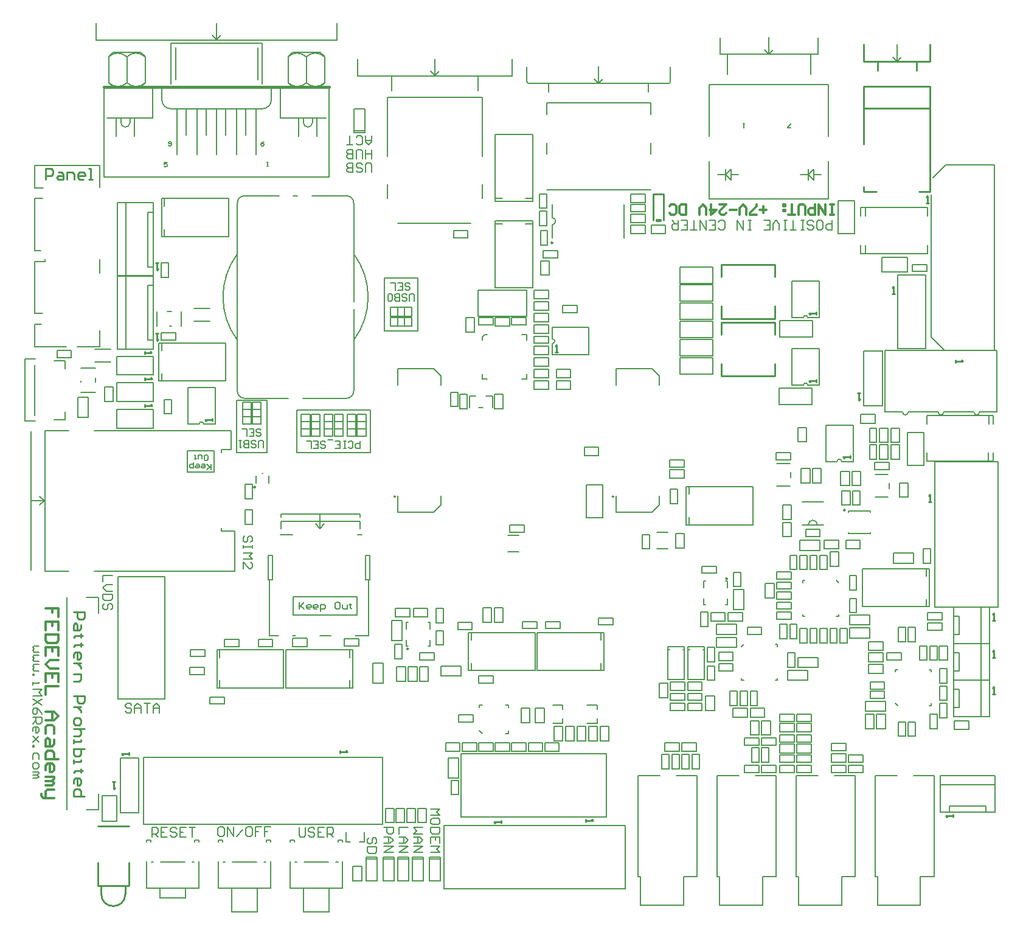
<source format=gto>
%FSLAX44Y44*%
%MOMM*%
G71*
G01*
G75*
G04 Layer_Color=65535*
%ADD10R,0.2500X0.8000*%
%ADD11R,0.4000X0.6500*%
%ADD12R,0.3250X0.6500*%
%ADD13R,0.6000X0.5000*%
%ADD14R,1.2000X1.1500*%
%ADD15R,2.5000X3.3000*%
%ADD16R,1.8288X3.4290*%
%ADD17R,0.6400X4.7000*%
%ADD18R,0.6400X2.5400*%
%ADD19R,1.4500X0.3000*%
%ADD20R,0.8500X0.2800*%
%ADD21R,0.2800X0.8500*%
%ADD22R,3.1500X3.1500*%
%ADD23R,3.5000X3.5000*%
%ADD24R,0.8500X0.3000*%
%ADD25R,0.3000X0.8500*%
%ADD26R,3.5000X3.5000*%
%ADD27R,1.0400X0.3800*%
%ADD28R,1.0000X0.2800*%
%ADD29R,0.2800X1.0000*%
%ADD30R,3.7000X3.7000*%
%ADD31R,0.8000X0.2400*%
%ADD32R,0.2400X0.8000*%
%ADD33R,2.2000X2.2000*%
%ADD34R,1.0000X0.5500*%
%ADD35R,1.2000X0.5800*%
%ADD36R,0.5800X1.2000*%
%ADD37R,0.9000X0.7000*%
%ADD38R,0.7000X0.9000*%
%ADD39C,1.0160*%
%ADD40R,1.9000X2.6000*%
%ADD41R,0.2800X1.4000*%
%ADD42R,0.8000X0.8000*%
%ADD43R,0.7500X0.4000*%
%ADD44R,0.9000X1.2000*%
%ADD45R,0.9000X0.8000*%
%ADD46R,0.6858X0.5588*%
%ADD47R,0.5000X0.6000*%
%ADD48R,1.6000X0.3000*%
%ADD49R,2.3700X2.4300*%
%ADD50R,2.4300X2.3700*%
%ADD51R,1.6000X0.9000*%
%ADD52R,0.9000X1.6000*%
%ADD53R,0.9000X1.3000*%
%ADD54R,1.3000X0.9000*%
%ADD55R,0.8000X0.8000*%
%ADD56R,0.5000X0.5000*%
%ADD57R,0.5000X0.5000*%
%ADD58R,0.3000X2.6000*%
%ADD59R,0.6000X1.0500*%
%ADD60R,0.7000X0.2800*%
%ADD61R,2.3368X1.6500*%
%ADD62O,0.2800X0.8500*%
%ADD63R,1.2000X0.9000*%
%ADD64R,0.8000X0.9000*%
%ADD65R,2.7000X1.4000*%
%ADD66R,0.7000X2.0000*%
%ADD67R,1.2000X1.2000*%
%ADD68R,1.5000X2.6000*%
%ADD69R,1.0000X2.6000*%
%ADD70R,1.9000X1.8000*%
%ADD71R,1.3500X0.4000*%
%ADD72R,2.9500X1.5000*%
%ADD73R,2.3000X1.0000*%
%ADD74R,2.0000X1.2500*%
%ADD75R,1.7000X0.8000*%
%ADD76C,0.2500*%
%ADD77C,0.3000*%
%ADD78C,0.5000*%
%ADD79C,0.2800*%
%ADD80C,0.4000*%
%ADD81C,0.2400*%
%ADD82C,0.8000*%
%ADD83C,0.5800*%
%ADD84C,0.6000*%
%ADD85C,0.4300*%
%ADD86C,0.3500*%
%ADD87C,1.0000*%
%ADD88C,0.2830*%
%ADD89C,1.7000*%
%ADD90C,5.0000*%
%ADD91O,4.0000X5.0000*%
%ADD92R,1.7000X1.7000*%
%ADD93R,1.7000X1.7000*%
%ADD94C,7.4000*%
%ADD95C,5.2000*%
%ADD96C,1.4000*%
%ADD97R,1.4000X1.4000*%
%ADD98R,2.0000X1.6000*%
%ADD99O,2.0000X1.6000*%
%ADD100R,1.6000X2.0000*%
%ADD101O,1.6000X2.0000*%
%ADD102C,1.3000*%
%ADD103C,2.0000*%
%ADD104O,1.3000X1.1000*%
%ADD105C,2.4000*%
%ADD106O,1.6000X2.0000*%
%ADD107R,1.6000X2.0000*%
%ADD108C,1.9000*%
%ADD109R,1.9000X1.9000*%
%ADD110C,3.6000*%
%ADD111R,3.6000X3.6000*%
%ADD112C,1.8000*%
%ADD113C,2.2000*%
%ADD114C,2.7000*%
%ADD115C,3.2500*%
%ADD116C,1.5748*%
%ADD117C,3.0000*%
%ADD118C,1.5240*%
%ADD119O,3.3000X4.0000*%
%ADD120C,3.0000*%
G04:AMPARAMS|DCode=121|XSize=1.25mm|YSize=1.1mm|CornerRadius=0.462mm|HoleSize=0mm|Usage=FLASHONLY|Rotation=0.000|XOffset=0mm|YOffset=0mm|HoleType=Round|Shape=RoundedRectangle|*
%AMROUNDEDRECTD121*
21,1,1.2500,0.1760,0,0,0.0*
21,1,0.3260,1.1000,0,0,0.0*
1,1,0.9240,0.1630,-0.0880*
1,1,0.9240,-0.1630,-0.0880*
1,1,0.9240,-0.1630,0.0880*
1,1,0.9240,0.1630,0.0880*
%
%ADD121ROUNDEDRECTD121*%
G04:AMPARAMS|DCode=122|XSize=1.9mm|YSize=2.425mm|CornerRadius=0.57mm|HoleSize=0mm|Usage=FLASHONLY|Rotation=0.000|XOffset=0mm|YOffset=0mm|HoleType=Round|Shape=RoundedRectangle|*
%AMROUNDEDRECTD122*
21,1,1.9000,1.2850,0,0,0.0*
21,1,0.7600,2.4250,0,0,0.0*
1,1,1.1400,0.3800,-0.6425*
1,1,1.1400,-0.3800,-0.6425*
1,1,1.1400,-0.3800,0.6425*
1,1,1.1400,0.3800,0.6425*
%
%ADD122ROUNDEDRECTD122*%
%ADD123R,1.5000X1.5000*%
%ADD124C,1.5000*%
%ADD125C,0.4500*%
%ADD126C,1.0000*%
%ADD127C,1.0000*%
%ADD128C,1.6000*%
G04:AMPARAMS|DCode=129|XSize=2mm|YSize=2mm|CornerRadius=0mm|HoleSize=0mm|Usage=FLASHONLY|Rotation=0.000|XOffset=0mm|YOffset=0mm|HoleType=Round|Shape=Relief|Width=0.5mm|Gap=0.2mm|Entries=4|*
%AMTHD129*
7,0,0,2.0000,1.6000,0.5000,45*
%
%ADD129THD129*%
%ADD130C,2.2000*%
%ADD131C,3.8000*%
G04:AMPARAMS|DCode=132|XSize=3.7mm|YSize=3.7mm|CornerRadius=0mm|HoleSize=0mm|Usage=FLASHONLY|Rotation=0.000|XOffset=0mm|YOffset=0mm|HoleType=Round|Shape=Relief|Width=0.5mm|Gap=0.2mm|Entries=4|*
%AMTHD132*
7,0,0,3.7000,3.3000,0.5000,45*
%
%ADD132THD132*%
G04:AMPARAMS|DCode=133|XSize=2.1mm|YSize=2.1mm|CornerRadius=0mm|HoleSize=0mm|Usage=FLASHONLY|Rotation=0.000|XOffset=0mm|YOffset=0mm|HoleType=Round|Shape=Relief|Width=0.5mm|Gap=0.2mm|Entries=4|*
%AMTHD133*
7,0,0,2.1000,1.7000,0.5000,45*
%
%ADD133THD133*%
%ADD134C,1.6500*%
G04:AMPARAMS|DCode=135|XSize=4.2mm|YSize=4.2mm|CornerRadius=0mm|HoleSize=0mm|Usage=FLASHONLY|Rotation=0.000|XOffset=0mm|YOffset=0mm|HoleType=Round|Shape=Relief|Width=0.5mm|Gap=0.2mm|Entries=4|*
%AMTHD135*
7,0,0,4.2000,3.8000,0.5000,45*
%
%ADD135THD135*%
G04:AMPARAMS|DCode=136|XSize=1.8mm|YSize=1.8mm|CornerRadius=0mm|HoleSize=0mm|Usage=FLASHONLY|Rotation=0.000|XOffset=0mm|YOffset=0mm|HoleType=Round|Shape=Relief|Width=0.5mm|Gap=0.2mm|Entries=4|*
%AMTHD136*
7,0,0,1.8000,1.4000,0.5000,45*
%
%ADD136THD136*%
G04:AMPARAMS|DCode=137|XSize=3.2mm|YSize=3.2mm|CornerRadius=0mm|HoleSize=0mm|Usage=FLASHONLY|Rotation=0.000|XOffset=0mm|YOffset=0mm|HoleType=Round|Shape=Relief|Width=0.5mm|Gap=0.2mm|Entries=4|*
%AMTHD137*
7,0,0,3.2000,2.8000,0.5000,45*
%
%ADD137THD137*%
G04:AMPARAMS|DCode=138|XSize=1.74mm|YSize=1.74mm|CornerRadius=0mm|HoleSize=0mm|Usage=FLASHONLY|Rotation=0.000|XOffset=0mm|YOffset=0mm|HoleType=Round|Shape=Relief|Width=0.5mm|Gap=0.2mm|Entries=4|*
%AMTHD138*
7,0,0,1.7400,1.3400,0.5000,45*
%
%ADD138THD138*%
G04:AMPARAMS|DCode=139|XSize=2.35mm|YSize=2.35mm|CornerRadius=0mm|HoleSize=0mm|Usage=FLASHONLY|Rotation=0.000|XOffset=0mm|YOffset=0mm|HoleType=Round|Shape=Relief|Width=0.5mm|Gap=0.2mm|Entries=4|*
%AMTHD139*
7,0,0,2.3500,1.9500,0.5000,45*
%
%ADD139THD139*%
%ADD140C,1.3400*%
G04:AMPARAMS|DCode=141|XSize=2.6mm|YSize=2.6mm|CornerRadius=0mm|HoleSize=0mm|Usage=FLASHONLY|Rotation=0.000|XOffset=0mm|YOffset=0mm|HoleType=Round|Shape=Relief|Width=0.5mm|Gap=0.2mm|Entries=4|*
%AMTHD141*
7,0,0,2.6000,2.2000,0.5000,45*
%
%ADD141THD141*%
%ADD142C,1.6900*%
G04:AMPARAMS|DCode=143|XSize=4.18mm|YSize=4.18mm|CornerRadius=0mm|HoleSize=0mm|Usage=FLASHONLY|Rotation=0.000|XOffset=0mm|YOffset=0mm|HoleType=Round|Shape=Relief|Width=0.5mm|Gap=0.2mm|Entries=4|*
%AMTHD143*
7,0,0,4.1800,3.7800,0.5000,45*
%
%ADD143THD143*%
G04:AMPARAMS|DCode=144|XSize=2.09mm|YSize=2.09mm|CornerRadius=0mm|HoleSize=0mm|Usage=FLASHONLY|Rotation=0.000|XOffset=0mm|YOffset=0mm|HoleType=Round|Shape=Relief|Width=0.5mm|Gap=0.2mm|Entries=4|*
%AMTHD144*
7,0,0,2.0900,1.6900,0.5000,45*
%
%ADD144THD144*%
%ADD145C,2.4000*%
G04:AMPARAMS|DCode=146|XSize=2.8mm|YSize=2.8mm|CornerRadius=0mm|HoleSize=0mm|Usage=FLASHONLY|Rotation=0.000|XOffset=0mm|YOffset=0mm|HoleType=Round|Shape=Relief|Width=0.5mm|Gap=0.2mm|Entries=4|*
%AMTHD146*
7,0,0,2.8000,2.4000,0.5000,45*
%
%ADD146THD146*%
G04:AMPARAMS|DCode=147|XSize=2.3mm|YSize=2.3mm|CornerRadius=0mm|HoleSize=0mm|Usage=FLASHONLY|Rotation=0.000|XOffset=0mm|YOffset=0mm|HoleType=Round|Shape=Relief|Width=0.5mm|Gap=0.2mm|Entries=4|*
%AMTHD147*
7,0,0,2.3000,1.9000,0.5000,45*
%
%ADD147THD147*%
%ADD148C,3.8500*%
%ADD149C,1.9500*%
G04:AMPARAMS|DCode=150|XSize=3.3mm|YSize=3.3mm|CornerRadius=0mm|HoleSize=0mm|Usage=FLASHONLY|Rotation=0.000|XOffset=0mm|YOffset=0mm|HoleType=Round|Shape=Relief|Width=0.5mm|Gap=0.2mm|Entries=4|*
%AMTHD150*
7,0,0,3.3000,2.9000,0.5000,45*
%
%ADD150THD150*%
%ADD151C,2.3500*%
G04:AMPARAMS|DCode=152|XSize=3.4mm|YSize=3.4mm|CornerRadius=0mm|HoleSize=0mm|Usage=FLASHONLY|Rotation=0.000|XOffset=0mm|YOffset=0mm|HoleType=Round|Shape=Relief|Width=0.5mm|Gap=0.2mm|Entries=4|*
%AMTHD152*
7,0,0,3.4000,3.0000,0.5000,45*
%
%ADD152THD152*%
G04:AMPARAMS|DCode=153|XSize=4mm|YSize=4mm|CornerRadius=0mm|HoleSize=0mm|Usage=FLASHONLY|Rotation=0.000|XOffset=0mm|YOffset=0mm|HoleType=Round|Shape=Relief|Width=0.5mm|Gap=0.2mm|Entries=4|*
%AMTHD153*
7,0,0,4.0000,3.6000,0.5000,45*
%
%ADD153THD153*%
G04:AMPARAMS|DCode=154|XSize=3mm|YSize=3mm|CornerRadius=0mm|HoleSize=0mm|Usage=FLASHONLY|Rotation=0.000|XOffset=0mm|YOffset=0mm|HoleType=Round|Shape=Relief|Width=0.5mm|Gap=0.2mm|Entries=4|*
%AMTHD154*
7,0,0,3.0000,2.6000,0.5000,45*
%
%ADD154THD154*%
%ADD155C,2.1500*%
G04:AMPARAMS|DCode=156|XSize=1.85mm|YSize=1.85mm|CornerRadius=0mm|HoleSize=0mm|Usage=FLASHONLY|Rotation=0.000|XOffset=0mm|YOffset=0mm|HoleType=Round|Shape=Relief|Width=0.5mm|Gap=0.2mm|Entries=4|*
%AMTHD156*
7,0,0,1.8500,1.4500,0.5000,45*
%
%ADD156THD156*%
%ADD157C,2.0000*%
%ADD158C,2.9500*%
G04:AMPARAMS|DCode=159|XSize=1.7mm|YSize=1.7mm|CornerRadius=0mm|HoleSize=0mm|Usage=FLASHONLY|Rotation=0.000|XOffset=0mm|YOffset=0mm|HoleType=Round|Shape=Relief|Width=0.5mm|Gap=0.2mm|Entries=4|*
%AMTHD159*
7,0,0,1.7000,1.3000,0.5000,45*
%
%ADD159THD159*%
G04:AMPARAMS|DCode=160|XSize=1.9mm|YSize=1.9mm|CornerRadius=0mm|HoleSize=0mm|Usage=FLASHONLY|Rotation=0.000|XOffset=0mm|YOffset=0mm|HoleType=Round|Shape=Relief|Width=0.5mm|Gap=0.2mm|Entries=4|*
%AMTHD160*
7,0,0,1.9000,1.5000,0.5000,45*
%
%ADD160THD160*%
%ADD161C,0.8000*%
%ADD162C,1.1000*%
%ADD163C,0.2000*%
%ADD164R,2.3000X3.2000*%
%ADD165R,0.6000X2.0000*%
%ADD166R,0.2500X0.6000*%
%ADD167R,3.3000X3.3000*%
%ADD168R,0.6000X0.2300*%
%ADD169R,0.2300X0.6000*%
%ADD170R,0.2500X0.5000*%
%ADD171R,1.6000X0.3500*%
%ADD172R,1.6000X0.8000*%
%ADD173R,3.0000X2.1000*%
%ADD174R,0.7620X1.9050*%
%ADD175R,3.6000X3.0000*%
%ADD176R,2.5000X0.8000*%
%ADD177R,0.4000X0.7500*%
%ADD178C,0.6350*%
%ADD179R,1.4000X0.7500*%
%ADD180R,1.1000X1.2000*%
%ADD181R,1.2000X2.7000*%
%ADD182R,1.5000X1.9000*%
%ADD183R,1.0000X1.2000*%
%ADD184R,1.0000X0.8001*%
%ADD185R,1.0000X2.8001*%
%ADD186R,1.3000X1.8999*%
%ADD187R,1.0000X1.2000*%
%ADD188R,0.7000X1.2000*%
%ADD189C,0.2300*%
%ADD190C,0.2200*%
%ADD191C,0.2540*%
%ADD192C,0.2032*%
%ADD193C,0.1500*%
D76*
X23000Y988000D02*
Y1002995D01*
X30498D01*
X32997Y1000496D01*
Y995498D01*
X30498Y992998D01*
X23000D01*
X40494Y997997D02*
X45493D01*
X47992Y995498D01*
Y988000D01*
X40494D01*
X37995Y990499D01*
X40494Y992998D01*
X47992D01*
X52990Y988000D02*
Y997997D01*
X60488D01*
X62987Y995498D01*
Y988000D01*
X75483D02*
X70485D01*
X67985Y990499D01*
Y995498D01*
X70485Y997997D01*
X75483D01*
X77982Y995498D01*
Y992998D01*
X67985D01*
X82981Y988000D02*
X87979D01*
X85480D01*
Y1002995D01*
X82981D01*
D77*
X1120000Y939005D02*
X1115335D01*
X1117667D01*
Y953000D01*
X1120000D01*
X1115335D01*
X1108337D02*
Y939005D01*
X1099007Y953000D01*
Y939005D01*
X1094342Y953000D02*
Y939005D01*
X1087344D01*
X1085011Y941337D01*
Y946002D01*
X1087344Y948335D01*
X1094342D01*
X1080346Y939005D02*
Y950667D01*
X1078014Y953000D01*
X1073348D01*
X1071016Y950667D01*
Y939005D01*
X1066351D02*
X1057020D01*
X1061685D01*
Y953000D01*
X1052355Y943670D02*
X1050023D01*
Y946002D01*
X1052355D01*
Y943670D01*
Y950667D02*
X1050023D01*
Y953000D01*
X1052355D01*
Y950667D01*
X1026697Y946002D02*
X1017366D01*
X1022032Y941337D02*
Y950667D01*
X1012701Y939005D02*
X1003371D01*
Y941337D01*
X1012701Y950667D01*
Y953000D01*
X998706Y939005D02*
Y948335D01*
X994041Y953000D01*
X989376Y948335D01*
Y939005D01*
X984710Y946002D02*
X975380D01*
X961385Y953000D02*
X970715D01*
X961385Y943670D01*
Y941337D01*
X963717Y939005D01*
X968382D01*
X970715Y941337D01*
X949722Y953000D02*
Y939005D01*
X956719Y946002D01*
X947389D01*
X942724Y939005D02*
Y948335D01*
X938059Y953000D01*
X933394Y948335D01*
Y939005D01*
X914733D02*
Y953000D01*
X907735D01*
X905403Y950667D01*
Y941337D01*
X907735Y939005D01*
X914733D01*
X891407Y941337D02*
X893740Y939005D01*
X898405D01*
X900738Y941337D01*
Y950667D01*
X898405Y953000D01*
X893740D01*
X891407Y950667D01*
D80*
X104473Y1117182D02*
X417739D01*
X874000Y931000D02*
X878000D01*
D86*
X40994Y379004D02*
Y391000D01*
X31997D01*
Y385002D01*
Y391000D01*
X23000D01*
X40994Y361010D02*
Y373006D01*
X23000D01*
Y361010D01*
X31997Y373006D02*
Y367008D01*
X40994Y355012D02*
X23000D01*
Y346015D01*
X25999Y343016D01*
X37995D01*
X40994Y346015D01*
Y355012D01*
Y325021D02*
Y337018D01*
X23000D01*
Y325021D01*
X31997Y337018D02*
Y331019D01*
X40994Y319023D02*
X28998D01*
X23000Y313025D01*
X28998Y307027D01*
X40994D01*
Y289033D02*
Y301029D01*
X23000D01*
Y289033D01*
X31997Y301029D02*
Y295031D01*
X40994Y283035D02*
X23000D01*
Y271039D01*
Y247047D02*
X34996D01*
X40994Y241049D01*
X34996Y235051D01*
X23000D01*
X31997D01*
Y247047D01*
X34996Y217056D02*
Y226053D01*
X31997Y229053D01*
X25999D01*
X23000Y226053D01*
Y217056D01*
X34996Y208059D02*
Y202061D01*
X31997Y199062D01*
X23000D01*
Y208059D01*
X25999Y211058D01*
X28998Y208059D01*
Y199062D01*
X40994Y181068D02*
X23000D01*
Y190065D01*
X25999Y193064D01*
X31997D01*
X34996Y190065D01*
Y181068D01*
X23000Y166073D02*
Y172071D01*
X25999Y175070D01*
X31997D01*
X34996Y172071D01*
Y166073D01*
X31997Y163074D01*
X28998D01*
Y175070D01*
X23000Y157076D02*
X34996D01*
Y154077D01*
X31997Y151078D01*
X23000D01*
X31997D01*
X34996Y148079D01*
X31997Y145080D01*
X23000D01*
X34996Y139082D02*
X25999D01*
X23000Y136083D01*
Y127086D01*
X20001D01*
X17002Y130084D01*
Y133083D01*
X23000Y127086D02*
X34996D01*
D163*
X452000Y764500D02*
G03*
X452000Y884500I-80000J60000D01*
G01*
X290000D02*
G03*
X290000Y764500I80000J-60000D01*
G01*
X300000Y965500D02*
G03*
X290000Y955000I250J-10250D01*
G01*
X452000D02*
G03*
X442000Y965500I-10250J250D01*
G01*
X290000Y694000D02*
G03*
X300000Y683500I10250J-250D01*
G01*
X442000D02*
G03*
X452000Y694000I-250J10250D01*
G01*
X1216200Y664300D02*
G03*
X1223800Y664300I3800J0D01*
G01*
X1315400D02*
G03*
X1323000Y664300I3800J0D01*
G01*
X1265600D02*
G03*
X1273200Y664300I3800J0D01*
G01*
X1097350Y507506D02*
G03*
X1084650Y507506I-6350J0D01*
G01*
X243175Y647600D02*
G03*
X236825Y647600I-3175J0D01*
G01*
X728600Y759825D02*
G03*
X728600Y766175I0J3175D01*
G01*
X1131175Y595600D02*
G03*
X1124825Y595600I-3175J0D01*
G01*
X1084175Y701600D02*
G03*
X1077825Y701600I-3175J0D01*
G01*
X1084175Y795600D02*
G03*
X1077825Y795600I-3175J0D01*
G01*
X728000Y924992D02*
G03*
X728000Y934992I0J5000D01*
G01*
X693000Y1125000D02*
G03*
X696000Y1121500I3250J-250D01*
G01*
X890000D02*
G03*
X893000Y1125000I-250J3250D01*
G01*
X334200Y565499D02*
Y575499D01*
X324500Y578999D02*
X325500D01*
X315800Y565499D02*
Y575499D01*
X452000Y818000D02*
Y955000D01*
X495000Y777000D02*
X541000D01*
Y851000D01*
X495000Y777000D02*
Y851000D01*
X495000D02*
X541000D01*
X331000Y608000D02*
Y681000D01*
X289000D02*
X331000D01*
X289000Y608000D02*
X331000D01*
X289000Y608000D02*
X289000Y608000D01*
X289000Y608000D02*
Y681000D01*
X373000Y608000D02*
Y667000D01*
X475000D01*
X373000Y608000D02*
X475000D01*
Y667000D01*
X443000Y651000D02*
X455000D01*
Y631000D02*
Y651000D01*
X443000Y631000D02*
X455000D01*
X443000D02*
Y651000D01*
X889570Y334000D02*
X892000D01*
X910000D02*
X912430D01*
X889570Y337860D02*
X912430D01*
Y292140D02*
Y337860D01*
X889570Y292140D02*
Y337860D01*
Y292140D02*
X912430D01*
X917570Y334000D02*
X920000D01*
X938000D02*
X940430D01*
X917570Y337860D02*
X940430D01*
Y292140D02*
Y337860D01*
X917570Y292140D02*
Y337860D01*
Y292140D02*
X940430D01*
X608000Y776000D02*
X620000D01*
X608000D02*
Y796000D01*
X620000D01*
Y776000D02*
Y796000D01*
X300000Y683500D02*
X361000D01*
X381000D02*
X442000D01*
X394000Y965500D02*
X442000D01*
X368000D02*
X374000D01*
X300000D02*
X348000D01*
X290000Y694000D02*
Y955000D01*
X452000Y694000D02*
Y808000D01*
X1164500Y937000D02*
Y949000D01*
X1164000Y885000D02*
Y897000D01*
X1158000Y885000D02*
X1250500D01*
X1158000Y949000D02*
X1250500D01*
X1158000Y937000D02*
Y949000D01*
Y885000D02*
Y897000D01*
X1250500Y885000D02*
Y897000D01*
Y937000D02*
Y949000D01*
X1249500Y596000D02*
Y608000D01*
Y648000D02*
Y660000D01*
X1342000Y648000D02*
Y660000D01*
Y596000D02*
Y608000D01*
X1249500Y596000D02*
X1342000D01*
X1249500Y660000D02*
X1342000D01*
X1336000Y648000D02*
Y660000D01*
X1335500Y596000D02*
Y608000D01*
X1208250Y1152500D02*
Y1176000D01*
X1202250Y1158500D02*
X1208250Y1152500D01*
X1214250Y1158500D01*
X577300Y1100D02*
Y89000D01*
Y1100D02*
X830300D01*
X577300Y89000D02*
X830300D01*
Y1100D02*
Y89000D01*
X803900Y101000D02*
Y188900D01*
X601700Y188600D02*
X602000Y188900D01*
X803900D01*
X601700Y101000D02*
X803900D01*
X601700D02*
Y188600D01*
X1261000Y393100D02*
X1348900D01*
X1348600Y595300D02*
X1348900Y595000D01*
Y393100D02*
Y595000D01*
X1261000Y393100D02*
Y595300D01*
X1348600D01*
X1192000Y664300D02*
X1216200D01*
X1223800D02*
X1265600D01*
X1273200D02*
X1315400D01*
X1323000D02*
X1347600D01*
X1191600D02*
Y750300D01*
X1347600D01*
Y664300D02*
Y750300D01*
X513000Y725000D02*
X563000D01*
X513000Y525000D02*
X563000D01*
X573000Y535000D01*
X563000Y725000D02*
X573000Y715000D01*
X573000Y702000D02*
Y715000D01*
Y535000D02*
Y548000D01*
X513000Y525000D02*
Y548000D01*
Y702000D02*
Y725000D01*
X817000Y725000D02*
X867000D01*
X817000Y525000D02*
X867000D01*
X877000Y535000D01*
X867000Y725000D02*
X877000Y715000D01*
X877000Y702000D02*
Y715000D01*
Y535000D02*
Y548000D01*
X817000Y525000D02*
Y548000D01*
Y702000D02*
Y725000D01*
X1248000Y753000D02*
Y855000D01*
X1209500D02*
X1248000D01*
X1209500Y753000D02*
X1248000D01*
X1209500D02*
Y855000D01*
X1206000Y259000D02*
X1209000Y256000D01*
X1253000D02*
X1256000D01*
Y259000D01*
Y303000D02*
Y306000D01*
X1206000D02*
X1209000D01*
X1206000Y303000D02*
Y306000D01*
X1253000D02*
X1256000D01*
X1042000Y291000D02*
Y294000D01*
X1039000Y341000D02*
X1042000D01*
Y338000D02*
Y341000D01*
X1039000Y291000D02*
X1042000D01*
X992000D02*
X995000D01*
X992000D02*
Y294000D01*
Y338000D02*
X995000Y341000D01*
X1077000Y380000D02*
X1080000D01*
X1127000D02*
Y383000D01*
X1124000Y380000D02*
X1127000D01*
X1077000D02*
Y383000D01*
Y427000D02*
Y430000D01*
X1080000D01*
X1124000D02*
X1127000Y427000D01*
X1076000Y507000D02*
X1106000D01*
X1076000Y539000D02*
X1106000D01*
X1162000Y673500D02*
X1188000D01*
X1162000Y749700D02*
X1188000D01*
Y673500D02*
Y749800D01*
X1162000Y673500D02*
Y749200D01*
X127000Y182700D02*
X153000D01*
X127000Y106500D02*
X153000D01*
X127000Y106400D02*
Y182700D01*
X153000Y107000D02*
Y182700D01*
X121900Y679000D02*
Y705000D01*
X172700Y679000D02*
Y705000D01*
X121900D02*
X172700D01*
X121900Y679000D02*
X172700D01*
X121900Y716000D02*
Y742000D01*
X172700Y716000D02*
Y742000D01*
X121900D02*
X172700D01*
X121900Y716000D02*
X172700D01*
X121900Y642000D02*
Y668000D01*
X172700Y642000D02*
Y668000D01*
X121900D02*
X172700D01*
X121900Y642000D02*
X172700D01*
X124000Y264900D02*
Y434900D01*
Y264900D02*
X189000D01*
X124000Y434900D02*
X189000D01*
Y264900D02*
Y434900D01*
X693000Y710000D02*
Y717000D01*
X686000Y710000D02*
X693000D01*
X631000D02*
Y717000D01*
Y710000D02*
X638000D01*
X631000Y765000D02*
Y768500D01*
X693000Y765000D02*
Y772000D01*
X686000D02*
X693000D01*
X634500D02*
X638000D01*
X631000Y768500D02*
X634500Y772000D01*
X627000Y221000D02*
X631000Y217000D01*
X627000Y253000D02*
Y257000D01*
X631000D01*
X663000D02*
X667000D01*
Y253000D02*
Y257000D01*
Y217000D02*
Y221000D01*
X663000Y217000D02*
X667000D01*
X1060160Y573190D02*
Y580810D01*
X1041000Y561100D02*
X1059000D01*
X1041000Y592850D02*
X1059000D01*
X1197160Y558190D02*
Y565810D01*
X1178000Y546100D02*
X1196000D01*
X1178000Y577850D02*
X1196000D01*
X243175Y647600D02*
X259050D01*
X220950D02*
X236825D01*
X220950D02*
Y698400D01*
X259050D01*
Y647600D02*
Y698400D01*
X728600Y743950D02*
Y759825D01*
Y766175D02*
Y782050D01*
X779400D01*
Y743950D02*
Y782050D01*
X728600Y743950D02*
X779400D01*
X1131175Y595600D02*
X1147050D01*
X1108950D02*
X1124825D01*
X1108950D02*
Y646400D01*
X1147050D01*
Y595600D02*
Y646400D01*
X1084175Y701600D02*
X1100050D01*
X1061950D02*
X1077825D01*
X1061950D02*
Y752400D01*
X1100050D01*
Y701600D02*
Y752400D01*
X1084175Y795600D02*
X1100050D01*
X1061950D02*
X1077825D01*
X1061950D02*
Y846400D01*
X1100050D01*
Y795600D02*
Y846400D01*
X729015Y256700D02*
X742985D01*
X729015Y231300D02*
X742985D01*
Y250350D02*
Y256700D01*
Y231300D02*
Y237650D01*
X777015Y256700D02*
X790985D01*
X777015Y231300D02*
X790985D01*
Y250350D02*
Y256700D01*
Y231300D02*
Y237650D01*
X466700Y66015D02*
Y79985D01*
X441300Y66015D02*
Y79985D01*
X460350Y66015D02*
X466700D01*
X441300D02*
X447650D01*
X1231000Y158000D02*
X1260000D01*
X1178002D02*
X1208000D01*
X1241000Y18000D02*
X1260000D01*
Y158000D01*
X1178000Y18000D02*
Y158000D01*
Y18000D02*
X1181000D01*
Y-22000D02*
Y18000D01*
X1241000Y-22000D02*
Y18000D01*
X1181000Y-22000D02*
X1241000D01*
X1011000Y158000D02*
X1040000D01*
X958002D02*
X988000D01*
X1021000Y18000D02*
X1040000D01*
Y158000D01*
X958000Y18000D02*
Y158000D01*
Y18000D02*
X961000D01*
Y-22000D02*
Y18000D01*
X1021000Y-22000D02*
Y18000D01*
X961000Y-22000D02*
X1021000D01*
X1121000Y158000D02*
X1150000D01*
X1068002D02*
X1098000D01*
X1131000Y18000D02*
X1150000D01*
Y158000D01*
X1068000Y18000D02*
Y158000D01*
Y18000D02*
X1071000D01*
Y-22000D02*
Y18000D01*
X1131000Y-22000D02*
Y18000D01*
X1071000Y-22000D02*
X1131000D01*
X901000Y158000D02*
X930000D01*
X848002D02*
X878000D01*
X911000Y18000D02*
X930000D01*
Y158000D01*
X848000Y18000D02*
Y158000D01*
Y18000D02*
X851000D01*
Y-22000D02*
Y18000D01*
X911000Y-22000D02*
Y18000D01*
X851000Y-22000D02*
X911000D01*
X261000Y1182500D02*
Y1206000D01*
X255000Y1188500D02*
X261000Y1182500D01*
X267000Y1188500D01*
X93000Y1182000D02*
Y1205500D01*
X429000Y1182000D02*
Y1205500D01*
X625000Y834000D02*
X693000D01*
X625000Y798000D02*
Y834000D01*
Y798000D02*
X693000D01*
Y834000D01*
X1256000Y768800D02*
Y967000D01*
Y768800D02*
X1274000Y750800D01*
X1276000Y1008800D02*
X1344000D01*
X1258000Y990800D02*
X1276000Y1008800D01*
X1344000Y750800D02*
Y1008800D01*
X728000Y907000D02*
Y925000D01*
Y935000D02*
Y953000D01*
X828000Y907000D02*
Y953000D01*
X533380Y11760D02*
Y44780D01*
Y11760D02*
X548620D01*
Y44780D01*
X533380Y42240D02*
X548620D01*
X533380Y44780D02*
X548620D01*
X469380Y11760D02*
Y44780D01*
Y11760D02*
X484620D01*
Y44780D01*
X469380Y42240D02*
X484620D01*
X469380Y44780D02*
X484620D01*
X467620Y1053220D02*
Y1086240D01*
X452380D02*
X467620D01*
X452380Y1053220D02*
Y1086240D01*
Y1055760D02*
X467620D01*
X452380Y1053220D02*
X467620D01*
X557380Y11760D02*
Y44780D01*
Y11760D02*
X572620D01*
Y44780D01*
X557380Y42240D02*
X572620D01*
X557380Y44780D02*
X572620D01*
X513380Y11760D02*
Y44780D01*
Y11760D02*
X528620D01*
Y44780D01*
X513380Y42240D02*
X528620D01*
X513380Y44780D02*
X528620D01*
X493380Y11760D02*
Y44780D01*
Y11760D02*
X508620D01*
Y44780D01*
X493380Y42240D02*
X508620D01*
X493380Y44780D02*
X508620D01*
X363500Y66000D02*
Y68500D01*
X370000Y38550D02*
X373000D01*
X383000D02*
X417000D01*
X427000D02*
X430000D01*
X369450Y66000D02*
Y68500D01*
X363500D02*
X369450D01*
X430550D02*
X436500D01*
X430550Y66000D02*
Y68500D01*
X436500Y66000D02*
Y68500D01*
X382000Y-31450D02*
X418000D01*
X382000D02*
Y1550D01*
X418000Y-31450D02*
Y1550D01*
X436500D02*
Y39000D01*
X363500Y1550D02*
X436500D01*
X363500D02*
Y39000D01*
X263500Y66000D02*
Y68500D01*
X270000Y38550D02*
X273000D01*
X283000D02*
X317000D01*
X327000D02*
X330000D01*
X269450Y66000D02*
Y68500D01*
X263500D02*
X269450D01*
X330550D02*
X336500D01*
X330550Y66000D02*
Y68500D01*
X336500Y66000D02*
Y68500D01*
X282000Y-31450D02*
X318000D01*
X282000D02*
Y1550D01*
X318000Y-31450D02*
Y1550D01*
X336500D02*
Y39000D01*
X263500Y1550D02*
X336500D01*
X263500D02*
Y39000D01*
X182000Y-11450D02*
X218000D01*
X182000D02*
Y1550D01*
X218000Y-11450D02*
Y1550D01*
X236500D02*
Y39000D01*
X163500Y66000D02*
Y68500D01*
Y1550D02*
X236500D01*
X163500D02*
Y39000D01*
X170000Y38550D02*
X173000D01*
X183000D02*
X217000D01*
X227000D02*
X230000D01*
X169450Y66000D02*
Y68500D01*
X163500D02*
X169450D01*
X230550D02*
X236500D01*
X230550Y66000D02*
Y68500D01*
X236500Y66000D02*
Y68500D01*
X972000Y1135000D02*
Y1162300D01*
X1088000Y1135000D02*
Y1162300D01*
X947000Y1120300D02*
X1113000D01*
X947000Y960900D02*
X1113000D01*
X962000Y1162300D02*
X1098000D01*
X947000Y1048600D02*
Y1120300D01*
Y960900D02*
Y1013400D01*
X1113000Y960900D02*
Y1013400D01*
Y1048600D02*
Y1120300D01*
X1030000Y1162500D02*
Y1186000D01*
X1024000Y1168500D02*
X1030000Y1162500D01*
X1036000Y1168500D01*
X962000Y1162300D02*
Y1185800D01*
X1098000Y1162300D02*
Y1185800D01*
X230000Y809000D02*
X252000D01*
X230000Y791000D02*
X252000D01*
X92000Y752000D02*
X114000D01*
X92000Y734000D02*
X114000D01*
X625000Y1112000D02*
Y1132000D01*
X505000Y1112000D02*
Y1132000D01*
X672500D02*
Y1155500D01*
X457500Y1132000D02*
Y1155500D01*
X565000Y1132500D02*
Y1156000D01*
X559000Y1138500D02*
X565000Y1132500D01*
X571000Y1138500D01*
X457500Y1132000D02*
X672500D01*
X631000Y1020000D02*
Y1102000D01*
Y962000D02*
Y981000D01*
X499000Y962000D02*
Y981000D01*
X513000Y927000D02*
X615000D01*
X499000Y1020000D02*
Y1102000D01*
X631000D01*
X72500Y692000D02*
X92500D01*
X72500Y726000D02*
X92500D01*
X72500Y706000D02*
Y708000D01*
X92500Y706000D02*
Y712000D01*
X874380Y497430D02*
X889620D01*
X874380Y474570D02*
X889620D01*
X666380Y469570D02*
X681620D01*
X666380Y492430D02*
X681620D01*
X632000Y372000D02*
X644000D01*
X632000D02*
Y392000D01*
X644000D01*
Y372000D02*
Y392000D01*
X648000Y372000D02*
X660000D01*
X648000D02*
Y392000D01*
X660000D01*
Y372000D02*
Y392000D01*
X892000Y572000D02*
Y584000D01*
X912000D01*
Y572000D02*
Y584000D01*
X892000Y572000D02*
X912000D01*
X1091000Y566000D02*
X1103000D01*
X1091000D02*
Y586000D01*
X1103000D01*
Y566000D02*
Y586000D01*
X1075000Y566000D02*
X1087000D01*
X1075000D02*
Y586000D01*
X1087000D01*
Y566000D02*
Y586000D01*
X1308000Y223000D02*
Y235000D01*
X1288000Y223000D02*
X1308000D01*
X1288000D02*
Y235000D01*
X1308000D01*
X1267000Y319000D02*
X1279000D01*
X1267000D02*
Y339000D01*
X1279000D01*
Y319000D02*
Y339000D01*
X669000Y784000D02*
Y796000D01*
X649000Y784000D02*
X669000D01*
X649000D02*
Y796000D01*
X669000D01*
X530000Y379000D02*
Y391000D01*
X510000Y379000D02*
X530000D01*
X510000D02*
Y391000D01*
X530000D01*
X763000Y207000D02*
X775000D01*
X763000D02*
Y227000D01*
X775000D01*
Y207000D02*
Y227000D01*
X747000Y207000D02*
X759000D01*
X747000D02*
Y227000D01*
X759000D01*
Y207000D02*
Y227000D01*
X779000Y207000D02*
X791000D01*
X779000D02*
Y227000D01*
X791000D01*
Y207000D02*
Y227000D01*
X795000Y207000D02*
X807000D01*
X795000D02*
Y227000D01*
X807000D01*
Y207000D02*
Y227000D01*
X648000Y689000D02*
X660000D01*
Y669000D02*
Y689000D01*
X648000Y669000D02*
X660000D01*
X648000D02*
Y689000D01*
X900000Y475000D02*
X912000D01*
X900000D02*
Y495000D01*
X912000D01*
Y475000D02*
Y495000D01*
X1049000Y515000D02*
X1061000D01*
X1049000D02*
Y535000D01*
X1061000D01*
Y515000D02*
Y535000D01*
X1049000Y511000D02*
X1061000D01*
Y491000D02*
Y511000D01*
X1049000Y491000D02*
X1061000D01*
X1049000D02*
Y511000D01*
X451000Y32000D02*
X463000D01*
Y12000D02*
Y32000D01*
X451000Y12000D02*
X463000D01*
X451000D02*
Y32000D01*
X773000Y604000D02*
Y616000D01*
X793000D01*
Y604000D02*
Y616000D01*
X773000Y604000D02*
X793000D01*
X1137000Y177000D02*
Y189000D01*
X1117000Y177000D02*
X1137000D01*
X1117000D02*
Y189000D01*
X1137000D01*
X1024000Y240000D02*
Y252000D01*
X1004000Y240000D02*
X1024000D01*
X1004000D02*
Y252000D01*
X1024000D01*
X980000Y240000D02*
Y252000D01*
X1000000D01*
Y240000D02*
Y252000D01*
X980000Y240000D02*
X1000000D01*
X1020000Y235000D02*
X1032000D01*
Y215000D02*
Y235000D01*
X1020000Y215000D02*
X1032000D01*
X1020000D02*
Y235000D01*
X1004000D02*
X1016000D01*
Y215000D02*
Y235000D01*
X1004000Y215000D02*
X1016000D01*
X1004000D02*
Y235000D01*
X1089000Y190000D02*
Y202000D01*
X1069000Y190000D02*
X1089000D01*
X1069000D02*
Y202000D01*
X1089000D01*
X1045000Y190000D02*
Y202000D01*
X1065000D01*
Y190000D02*
Y202000D01*
X1045000Y190000D02*
X1065000D01*
X1069000Y219000D02*
Y231000D01*
X1089000D01*
Y219000D02*
Y231000D01*
X1069000Y219000D02*
X1089000D01*
X1065000D02*
Y231000D01*
X1045000Y219000D02*
X1065000D01*
X1045000D02*
Y231000D01*
X1065000D01*
X942000Y249000D02*
X954000D01*
X942000D02*
Y269000D01*
X954000D01*
Y249000D02*
Y269000D01*
X877000Y287000D02*
X889000D01*
Y267000D02*
Y287000D01*
X877000Y267000D02*
X889000D01*
X877000D02*
Y287000D01*
X929000Y192000D02*
Y204000D01*
X909000Y192000D02*
X929000D01*
X909000D02*
Y204000D01*
X929000D01*
X885000Y192000D02*
Y204000D01*
X905000D01*
Y192000D02*
Y204000D01*
X885000Y192000D02*
X905000D01*
X937000Y277000D02*
Y289000D01*
X917000Y277000D02*
X937000D01*
X917000D02*
Y289000D01*
X937000D01*
X893000Y277000D02*
Y289000D01*
X913000D01*
Y277000D02*
Y289000D01*
X893000Y277000D02*
X913000D01*
X723000Y712000D02*
Y724000D01*
X703000Y712000D02*
X723000D01*
X703000D02*
Y724000D01*
X723000D01*
X723000Y806000D02*
Y818000D01*
X703000Y806000D02*
X723000D01*
X703000D02*
Y818000D01*
X723000D01*
X723000Y728000D02*
Y740000D01*
X703000Y728000D02*
X723000D01*
X703000D02*
Y740000D01*
X723000D01*
Y744000D02*
Y756000D01*
X703000Y744000D02*
X723000D01*
X703000D02*
Y756000D01*
X723000D01*
X723000Y822000D02*
Y834000D01*
X703000Y822000D02*
X723000D01*
X703000D02*
Y834000D01*
X723000D01*
Y774000D02*
Y786000D01*
X703000Y774000D02*
X723000D01*
X703000D02*
Y786000D01*
X723000D01*
X105000Y699000D02*
X117000D01*
Y679000D02*
Y699000D01*
X105000Y679000D02*
X117000D01*
X105000D02*
Y699000D01*
X703000Y696000D02*
Y708000D01*
X723000D01*
Y696000D02*
Y708000D01*
X703000Y696000D02*
X723000D01*
X754000Y696000D02*
Y708000D01*
X734000Y696000D02*
X754000D01*
X734000D02*
Y708000D01*
X754000D01*
Y712000D02*
Y724000D01*
X734000Y712000D02*
X754000D01*
X734000D02*
Y724000D01*
X754000D01*
X297000Y668000D02*
X309000D01*
Y648000D02*
Y668000D01*
X297000Y648000D02*
X309000D01*
X297000D02*
Y668000D01*
Y658000D02*
X309000D01*
X297000D02*
Y678000D01*
X309000D01*
Y658000D02*
Y678000D01*
X513000Y784000D02*
Y796000D01*
X533000D01*
Y784000D02*
Y796000D01*
X513000Y784000D02*
X533000D01*
X311000Y668000D02*
X323000D01*
Y648000D02*
Y668000D01*
X311000Y648000D02*
X323000D01*
X311000D02*
Y668000D01*
X523000Y784000D02*
Y796000D01*
X503000Y784000D02*
X523000D01*
X503000D02*
Y796000D01*
X523000D01*
X311000Y658000D02*
X323000D01*
X311000D02*
Y678000D01*
X323000D01*
Y658000D02*
Y678000D01*
X513000Y798000D02*
Y810000D01*
X533000D01*
Y798000D02*
Y810000D01*
X513000Y798000D02*
X533000D01*
X523000D02*
Y810000D01*
X503000Y798000D02*
X523000D01*
X503000D02*
Y810000D01*
X523000D01*
X1184000Y622000D02*
X1196000D01*
X1184000D02*
Y642000D01*
X1196000D01*
Y622000D02*
Y642000D01*
X1184000Y619000D02*
X1196000D01*
Y599000D02*
Y619000D01*
X1184000Y599000D02*
X1196000D01*
X1184000D02*
Y619000D01*
X1200000Y642000D02*
X1212000D01*
Y622000D02*
Y642000D01*
X1200000Y622000D02*
X1212000D01*
X1200000D02*
Y642000D01*
X1178000Y649000D02*
Y661000D01*
X1158000Y649000D02*
X1178000D01*
X1158000D02*
Y661000D01*
X1178000D01*
X1200000Y619000D02*
X1212000D01*
Y599000D02*
Y619000D01*
X1200000Y599000D02*
X1212000D01*
X1200000D02*
Y619000D01*
X1070000Y623000D02*
X1082000D01*
X1070000D02*
Y643000D01*
X1082000D01*
Y623000D02*
Y643000D01*
X1212000Y566000D02*
X1224000D01*
Y546000D02*
Y566000D01*
X1212000Y546000D02*
X1224000D01*
X1212000D02*
Y566000D01*
X886000Y913000D02*
Y925000D01*
X866000Y913000D02*
X886000D01*
X866000D02*
Y925000D01*
X886000D01*
X838000Y913000D02*
Y925000D01*
X858000D01*
Y913000D02*
Y925000D01*
X838000Y913000D02*
X858000D01*
X838000Y928000D02*
Y940000D01*
X858000D01*
Y928000D02*
Y940000D01*
X838000Y928000D02*
X858000D01*
Y956000D02*
Y968000D01*
X838000Y956000D02*
X858000D01*
X838000D02*
Y968000D01*
X858000D01*
X712000Y875000D02*
X724000D01*
Y855000D02*
Y875000D01*
X712000Y855000D02*
X724000D01*
X712000D02*
Y875000D01*
X1164000Y224000D02*
X1176000D01*
X1164000D02*
Y244000D01*
X1176000D01*
Y224000D02*
Y244000D01*
X1169000Y317000D02*
Y329000D01*
X1189000D01*
Y317000D02*
Y329000D01*
X1169000Y317000D02*
X1189000D01*
X1180000Y244000D02*
X1192000D01*
Y224000D02*
Y244000D01*
X1180000Y224000D02*
X1192000D01*
X1180000D02*
Y244000D01*
X1169000Y301000D02*
Y313000D01*
X1189000D01*
Y301000D02*
Y313000D01*
X1169000Y301000D02*
X1189000D01*
Y333000D02*
Y345000D01*
X1169000Y333000D02*
X1189000D01*
X1169000D02*
Y345000D01*
X1189000D01*
X1157000Y474000D02*
Y486000D01*
X1137000Y474000D02*
X1157000D01*
X1137000D02*
Y486000D01*
X1157000D01*
X1127000Y474000D02*
Y486000D01*
X1107000Y474000D02*
X1127000D01*
X1107000D02*
Y486000D01*
X1127000D01*
X1025000Y406000D02*
X1037000D01*
X1025000D02*
Y426000D01*
X1037000D01*
Y406000D02*
Y426000D01*
X949000Y373500D02*
Y385500D01*
X969000D01*
Y373500D02*
Y385500D01*
X949000Y373500D02*
X969000D01*
X973000D02*
Y385500D01*
X993000D01*
Y373500D02*
Y385500D01*
X973000Y373500D02*
X993000D01*
X541000Y113000D02*
X553000D01*
Y93000D02*
Y113000D01*
X541000Y93000D02*
X553000D01*
X541000D02*
Y113000D01*
X980000Y318000D02*
Y330000D01*
X960000Y318000D02*
X980000D01*
X960000D02*
Y330000D01*
X980000D01*
X526000Y113000D02*
X538000D01*
Y93000D02*
Y113000D01*
X526000Y93000D02*
X538000D01*
X526000D02*
Y113000D01*
X511000D02*
X523000D01*
Y93000D02*
Y113000D01*
X511000Y93000D02*
X523000D01*
X511000D02*
Y113000D01*
X555000Y379000D02*
Y391000D01*
X535000Y379000D02*
X555000D01*
X535000D02*
Y391000D01*
X555000D01*
X496000Y113000D02*
X508000D01*
Y93000D02*
Y113000D01*
X496000Y93000D02*
X508000D01*
X496000D02*
Y113000D01*
X379000Y651000D02*
X391000D01*
Y631000D02*
Y651000D01*
X379000Y631000D02*
X391000D01*
X379000D02*
Y651000D01*
Y641000D02*
X391000D01*
X379000D02*
Y661000D01*
X391000D01*
Y641000D02*
Y661000D01*
X393000Y651000D02*
X405000D01*
Y631000D02*
Y651000D01*
X393000Y631000D02*
X405000D01*
X393000D02*
Y651000D01*
Y641000D02*
X405000D01*
X393000D02*
Y661000D01*
X405000D01*
Y641000D02*
Y661000D01*
X411000Y651000D02*
X423000D01*
Y631000D02*
Y651000D01*
X411000Y631000D02*
X423000D01*
X411000D02*
Y651000D01*
Y641000D02*
X423000D01*
X411000D02*
Y661000D01*
X423000D01*
Y641000D02*
Y661000D01*
X425000Y651000D02*
X437000D01*
Y631000D02*
Y651000D01*
X425000Y631000D02*
X437000D01*
X425000D02*
Y651000D01*
Y641000D02*
X437000D01*
X425000D02*
Y661000D01*
X437000D01*
Y641000D02*
Y661000D01*
X443000Y641000D02*
X455000D01*
X443000D02*
Y661000D01*
X455000D01*
Y641000D02*
Y661000D01*
X457000Y651000D02*
X469000D01*
Y631000D02*
Y651000D01*
X457000Y631000D02*
X469000D01*
X457000D02*
Y651000D01*
Y641000D02*
X469000D01*
X457000D02*
Y661000D01*
X469000D01*
Y641000D02*
Y661000D01*
X544000Y310000D02*
X556000D01*
Y290000D02*
Y310000D01*
X544000Y290000D02*
X556000D01*
X544000D02*
Y310000D01*
X528000D02*
X540000D01*
Y290000D02*
Y310000D01*
X528000Y290000D02*
X540000D01*
X528000D02*
Y310000D01*
X1131000Y535000D02*
X1143000D01*
X1131000D02*
Y555000D01*
X1143000D01*
Y535000D02*
Y555000D01*
X1115000Y450000D02*
X1127000D01*
X1115000D02*
Y470000D01*
X1127000D01*
Y450000D02*
Y470000D01*
X1146000Y562000D02*
X1158000D01*
X1146000D02*
Y582000D01*
X1158000D01*
Y562000D02*
Y582000D01*
X1130000D02*
X1142000D01*
Y562000D02*
Y582000D01*
X1130000Y562000D02*
X1142000D01*
X1130000D02*
Y582000D01*
X703000Y790000D02*
Y802000D01*
X723000D01*
Y790000D02*
Y802000D01*
X703000Y790000D02*
X723000D01*
X738000Y192000D02*
Y204000D01*
X718000Y192000D02*
X738000D01*
X718000D02*
Y204000D01*
X738000D01*
X731000Y227000D02*
X743000D01*
Y207000D02*
Y227000D01*
X731000Y207000D02*
X743000D01*
X731000D02*
Y227000D01*
X623000Y192000D02*
Y204000D01*
X603000Y192000D02*
X623000D01*
X603000D02*
Y204000D01*
X623000D01*
X600000Y192000D02*
Y204000D01*
X580000Y192000D02*
X600000D01*
X580000D02*
Y204000D01*
X600000D01*
X646000Y192000D02*
Y204000D01*
X626000Y192000D02*
X646000D01*
X626000D02*
Y204000D01*
X646000D01*
X669000Y192000D02*
Y204000D01*
X649000Y192000D02*
X669000D01*
X649000D02*
Y204000D01*
X669000D01*
X715000Y192000D02*
Y204000D01*
X695000Y192000D02*
X715000D01*
X695000D02*
Y204000D01*
X715000D01*
X692000Y192000D02*
Y204000D01*
X672000Y192000D02*
X692000D01*
X672000D02*
Y204000D01*
X692000D01*
X705000Y252000D02*
X717000D01*
Y232000D02*
Y252000D01*
X705000Y232000D02*
X717000D01*
X705000D02*
Y252000D01*
X512000Y310000D02*
X524000D01*
Y290000D02*
Y310000D01*
X512000Y290000D02*
X524000D01*
X512000D02*
Y310000D01*
X1141000Y495000D02*
Y497000D01*
Y495000D02*
X1171000D01*
Y497000D01*
X1141000Y525000D02*
Y527000D01*
X1171000Y525000D02*
Y527000D01*
X1141000D02*
X1171000D01*
X273550Y707500D02*
Y760500D01*
X180550Y707500D02*
Y760500D01*
X273550D01*
X180550Y707500D02*
X273550D01*
X184600D02*
Y718000D01*
Y750000D02*
Y760500D01*
X691000Y926400D02*
X701500D01*
X648500D02*
X659000D01*
X648500Y837450D02*
Y930450D01*
X701500Y837450D02*
Y930450D01*
X648500D02*
X701500D01*
X648500Y837450D02*
X701500D01*
X648500Y1050550D02*
X701500D01*
X648500Y957550D02*
X701500D01*
X648500D02*
Y1050550D01*
X701500Y957550D02*
Y1050550D01*
X691000Y961600D02*
X701500D01*
X648500D02*
X659000D01*
X277550Y908500D02*
Y961500D01*
X184550Y908500D02*
Y961500D01*
X277550D01*
X184550Y908500D02*
X277550D01*
X188600D02*
Y919000D01*
Y951000D02*
Y961500D01*
X1249400Y393500D02*
Y404000D01*
Y436000D02*
Y446500D01*
X1160450D02*
X1253450D01*
X1160450Y393500D02*
X1253450D01*
Y446500D01*
X1160450Y393500D02*
Y446500D01*
X704550Y304500D02*
Y357500D01*
X611550Y304500D02*
Y357500D01*
X704550D01*
X611550Y304500D02*
X704550D01*
X615600D02*
Y315000D01*
Y347000D02*
Y357500D01*
X796400Y304500D02*
Y315000D01*
Y347000D02*
Y357500D01*
X707450D02*
X800450D01*
X707450Y304500D02*
X800450D01*
Y357500D01*
X707450Y304500D02*
Y357500D01*
X354550Y280500D02*
Y333500D01*
X261550Y280500D02*
Y333500D01*
X354550D01*
X261550Y280500D02*
X354550D01*
X265600D02*
Y291000D01*
Y323000D02*
Y333500D01*
X446400Y280500D02*
Y291000D01*
Y323000D02*
Y333500D01*
X357450D02*
X450450D01*
X357450Y280500D02*
X450450D01*
Y333500D01*
X357450Y280500D02*
Y333500D01*
X1007550Y507500D02*
Y560500D01*
X914550Y507500D02*
Y560500D01*
X1007550D01*
X914550Y507500D02*
X1007550D01*
X918600D02*
Y518000D01*
Y550000D02*
Y560500D01*
X1149430Y913140D02*
Y958860D01*
X1126570Y913140D02*
X1149430D01*
X1126570D02*
Y958860D01*
X1149430D01*
X906140Y740430D02*
X951860D01*
Y717570D02*
Y740430D01*
X906140Y717570D02*
X951860D01*
X906140D02*
Y740430D01*
Y765430D02*
X951860D01*
Y742570D02*
Y765430D01*
X906140Y742570D02*
X951860D01*
X906140D02*
Y765430D01*
Y790430D02*
X951860D01*
Y767570D02*
Y790430D01*
X906140Y767570D02*
X951860D01*
X906140D02*
Y790430D01*
Y866430D02*
X951860D01*
Y843570D02*
Y866430D01*
X906140Y843570D02*
X951860D01*
X906140D02*
Y866430D01*
Y816430D02*
X951860D01*
Y793570D02*
Y816430D01*
X906140Y793570D02*
X951860D01*
X906140D02*
Y816430D01*
Y841430D02*
X951860D01*
Y818570D02*
Y841430D01*
X906140Y818570D02*
X951860D01*
X906140D02*
Y841430D01*
X1044140Y697430D02*
X1089860D01*
Y674570D02*
Y697430D01*
X1044140Y674570D02*
X1089860D01*
X1044140D02*
Y697430D01*
X1045140Y791430D02*
X1090860D01*
Y768570D02*
Y791430D01*
X1045140Y768570D02*
X1090860D01*
X1045140D02*
Y791430D01*
X775570Y517140D02*
Y562860D01*
X798430D01*
Y517140D02*
Y562860D01*
X775570Y517140D02*
X798430D01*
X1222570Y590140D02*
Y635860D01*
X1245430D01*
Y590140D02*
Y635860D01*
X1222570Y590140D02*
X1245430D01*
X1187220Y880160D02*
X1222780D01*
X1187220Y859840D02*
Y880160D01*
Y859840D02*
X1222780D01*
Y880160D01*
X101840Y95220D02*
Y130780D01*
Y95220D02*
X122160D01*
Y130780D01*
X101840D02*
X122160D01*
X1056000Y305000D02*
X1084000D01*
X1056000Y291000D02*
Y305000D01*
Y291000D02*
X1084000D01*
Y305000D01*
X957000Y369000D02*
X985000D01*
X957000Y355000D02*
Y369000D01*
Y355000D02*
X985000D01*
Y369000D01*
X957000Y337000D02*
X985000D01*
Y351000D01*
X957000D02*
X985000D01*
X957000Y337000D02*
Y351000D01*
X1203000Y454000D02*
X1231000D01*
Y468000D01*
X1203000D02*
X1231000D01*
X1203000Y454000D02*
Y468000D01*
X573000Y297000D02*
X601000D01*
Y311000D01*
X573000D02*
X601000D01*
X573000Y297000D02*
Y311000D01*
X479000Y287000D02*
Y315000D01*
Y287000D02*
X493000D01*
Y315000D01*
X479000D02*
X493000D01*
X598000Y155000D02*
Y183000D01*
X584000D02*
X598000D01*
X584000Y155000D02*
Y183000D01*
Y155000D02*
X598000D01*
X1070000Y309000D02*
X1098000D01*
Y323000D01*
X1070000D02*
X1098000D01*
X1070000Y309000D02*
Y323000D01*
X1164000Y262000D02*
X1192000D01*
X1164000Y248000D02*
Y262000D01*
Y248000D02*
X1192000D01*
Y262000D01*
X995000Y389500D02*
Y417500D01*
X981000D02*
X995000D01*
X981000Y389500D02*
Y417500D01*
Y389500D02*
X995000D01*
X505000Y346000D02*
Y374000D01*
Y346000D02*
X519000D01*
Y374000D01*
X505000D02*
X519000D01*
X68000Y657000D02*
Y685000D01*
Y657000D02*
X82000D01*
Y685000D01*
X68000D02*
X82000D01*
X1142000Y382000D02*
X1170000D01*
X1142000Y368000D02*
Y382000D01*
Y368000D02*
X1170000D01*
Y382000D01*
X1073000Y486000D02*
X1101000D01*
X1073000Y472000D02*
Y486000D01*
Y472000D02*
X1101000D01*
Y486000D01*
X1142000Y350000D02*
X1170000D01*
Y364000D01*
X1142000D02*
X1170000D01*
X1142000Y350000D02*
Y364000D01*
X1040000Y608000D02*
X1060000D01*
Y598000D02*
Y608000D01*
X1040000Y598000D02*
X1060000D01*
X1040000D02*
Y608000D01*
X1224000Y345000D02*
Y365000D01*
X1234000D01*
Y345000D02*
Y365000D01*
X1224000Y345000D02*
X1234000D01*
X1097000Y343000D02*
Y363000D01*
X1087000Y343000D02*
X1097000D01*
X1087000D02*
Y363000D01*
X1097000D01*
X1234000Y213000D02*
Y233000D01*
X1224000Y213000D02*
X1234000D01*
X1224000D02*
Y233000D01*
X1234000D01*
X1111000Y343000D02*
Y363000D01*
X1101000Y343000D02*
X1111000D01*
X1101000D02*
Y363000D01*
X1111000D01*
X1141000Y177000D02*
X1161000D01*
X1141000D02*
Y187000D01*
X1161000D01*
Y177000D02*
Y187000D01*
X1020000Y177000D02*
Y197000D01*
X1030000D01*
Y177000D02*
Y197000D01*
X1020000Y177000D02*
X1030000D01*
X1006000D02*
Y197000D01*
X1016000D01*
Y177000D02*
Y197000D01*
X1006000Y177000D02*
X1016000D01*
X1069000Y177000D02*
X1089000D01*
X1069000D02*
Y187000D01*
X1089000D01*
Y177000D02*
Y187000D01*
X1045000D02*
X1065000D01*
Y177000D02*
Y187000D01*
X1045000Y177000D02*
X1065000D01*
X1045000D02*
Y187000D01*
X909000Y168000D02*
Y188000D01*
X919000D01*
Y168000D02*
Y188000D01*
X909000Y168000D02*
X919000D01*
X895000D02*
Y188000D01*
X905000D01*
Y168000D02*
Y188000D01*
X895000Y168000D02*
X905000D01*
X1251000Y361000D02*
X1271000D01*
X1251000D02*
Y371000D01*
X1271000D01*
Y361000D02*
Y371000D01*
X1230000Y860000D02*
X1250000D01*
X1230000D02*
Y870000D01*
X1250000D01*
Y860000D02*
Y870000D01*
X864000Y474000D02*
Y494000D01*
X854000Y474000D02*
X864000D01*
X854000D02*
Y494000D01*
X864000D01*
X588000Y132000D02*
Y152000D01*
X598000D01*
Y132000D02*
Y152000D01*
X588000Y132000D02*
X598000D01*
X669000Y507000D02*
X689000D01*
Y497000D02*
Y507000D01*
X669000Y497000D02*
X689000D01*
X669000D02*
Y507000D01*
X1081000Y501000D02*
X1101000D01*
Y491000D02*
Y501000D01*
X1081000Y491000D02*
X1101000D01*
X1081000D02*
Y501000D01*
X598000Y233000D02*
X618000D01*
X598000D02*
Y243000D01*
X618000D01*
Y233000D02*
Y243000D01*
X1255000Y454000D02*
Y474000D01*
X1245000Y454000D02*
X1255000D01*
X1245000D02*
Y474000D01*
X1255000D01*
X1141000Y173000D02*
X1161000D01*
Y163000D02*
Y173000D01*
X1141000Y163000D02*
X1161000D01*
X1141000D02*
Y173000D01*
X1117000Y163000D02*
X1137000D01*
X1117000D02*
Y173000D01*
X1137000D01*
Y163000D02*
Y173000D01*
X1117000Y193000D02*
X1137000D01*
X1117000D02*
Y203000D01*
X1137000D01*
Y193000D02*
Y203000D01*
X1020000Y163000D02*
X1040000D01*
X1020000D02*
Y173000D01*
X1040000D01*
Y163000D02*
Y173000D01*
X996000D02*
X1016000D01*
Y163000D02*
Y173000D01*
X996000Y163000D02*
X1016000D01*
X996000D02*
Y173000D01*
X1020000Y211000D02*
X1040000D01*
Y201000D02*
Y211000D01*
X1020000Y201000D02*
X1040000D01*
X1020000D02*
Y211000D01*
X996000Y201000D02*
X1016000D01*
X996000D02*
Y211000D01*
X1016000D01*
Y201000D02*
Y211000D01*
X1004000Y256000D02*
Y276000D01*
X1014000D01*
Y256000D02*
Y276000D01*
X1004000Y256000D02*
X1014000D01*
X990000D02*
Y276000D01*
X1000000D01*
Y256000D02*
Y276000D01*
X990000Y256000D02*
X1000000D01*
X976000D02*
Y276000D01*
X986000D01*
Y256000D02*
Y276000D01*
X976000Y256000D02*
X986000D01*
X944000Y317000D02*
Y337000D01*
X954000D01*
Y317000D02*
Y337000D01*
X944000Y317000D02*
X954000D01*
X944000Y291000D02*
Y311000D01*
X954000D01*
Y291000D02*
Y311000D01*
X944000Y291000D02*
X954000D01*
X1069000Y163000D02*
X1089000D01*
X1069000D02*
Y173000D01*
X1089000D01*
Y163000D02*
Y173000D01*
X1045000D02*
X1065000D01*
Y163000D02*
Y173000D01*
X1045000Y163000D02*
X1065000D01*
X1045000D02*
Y173000D01*
X1069000Y234000D02*
X1089000D01*
X1069000D02*
Y244000D01*
X1089000D01*
Y234000D02*
Y244000D01*
X1045000D02*
X1065000D01*
Y234000D02*
Y244000D01*
X1045000Y234000D02*
X1065000D01*
X1045000D02*
Y244000D01*
X1069000Y215000D02*
X1089000D01*
Y205000D02*
Y215000D01*
X1069000Y205000D02*
X1089000D01*
X1069000D02*
Y215000D01*
X1045000Y205000D02*
X1065000D01*
X1045000D02*
Y215000D01*
X1065000D01*
Y205000D02*
Y215000D01*
X960000Y314000D02*
X980000D01*
Y304000D02*
Y314000D01*
X960000Y304000D02*
X980000D01*
X960000D02*
Y314000D01*
X1000000Y355000D02*
X1020000D01*
X1000000D02*
Y365000D01*
X1020000D01*
Y355000D02*
Y365000D01*
X1066000Y309000D02*
Y329000D01*
X1056000Y309000D02*
X1066000D01*
X1056000D02*
Y329000D01*
X1066000D01*
X917000Y249000D02*
X937000D01*
X917000D02*
Y259000D01*
X937000D01*
Y249000D02*
Y259000D01*
X893000D02*
X913000D01*
Y249000D02*
Y259000D01*
X893000Y249000D02*
X913000D01*
X893000D02*
Y259000D01*
X933000Y168000D02*
Y188000D01*
X923000Y168000D02*
X933000D01*
X923000D02*
Y188000D01*
X933000D01*
X891000Y168000D02*
Y188000D01*
X881000Y168000D02*
X891000D01*
X881000D02*
Y188000D01*
X891000D01*
X917000Y263000D02*
X937000D01*
X917000D02*
Y273000D01*
X937000D01*
Y263000D02*
Y273000D01*
X893000D02*
X913000D01*
Y263000D02*
Y273000D01*
X893000Y263000D02*
X913000D01*
X893000D02*
Y273000D01*
X838000Y943000D02*
X858000D01*
X838000D02*
Y953000D01*
X858000D01*
Y943000D02*
Y953000D01*
X311000Y544000D02*
Y564000D01*
X301000Y544000D02*
X311000D01*
X301000D02*
Y564000D01*
X311000D01*
X672000Y796000D02*
X692000D01*
Y786000D02*
Y796000D01*
X672000Y786000D02*
X692000D01*
X672000D02*
Y796000D01*
X626000Y786000D02*
X646000D01*
X626000D02*
Y796000D01*
X646000D01*
Y786000D02*
Y796000D01*
X703000Y760000D02*
X723000D01*
X703000D02*
Y770000D01*
X723000D01*
Y760000D02*
Y770000D01*
X184000Y765000D02*
X204000D01*
X184000D02*
Y775000D01*
X204000D01*
Y765000D02*
Y775000D01*
X591000Y917000D02*
X611000D01*
Y907000D02*
Y917000D01*
X591000Y907000D02*
X611000D01*
X591000D02*
Y917000D01*
X198000Y662000D02*
Y682000D01*
X188000Y662000D02*
X198000D01*
X188000D02*
Y682000D01*
X198000D01*
X743000Y803000D02*
X763000D01*
X743000D02*
Y813000D01*
X763000D01*
Y803000D02*
Y813000D01*
X39000Y750000D02*
X59000D01*
Y740000D02*
Y750000D01*
X39000Y740000D02*
X59000D01*
X39000D02*
Y750000D01*
X1170000Y599000D02*
Y619000D01*
X1180000D01*
Y599000D02*
Y619000D01*
X1170000Y599000D02*
X1180000D01*
X1170000Y622000D02*
Y642000D01*
X1180000D01*
Y622000D02*
Y642000D01*
X1170000Y622000D02*
X1180000D01*
X1177000Y594000D02*
X1197000D01*
Y584000D02*
Y594000D01*
X1177000Y584000D02*
X1197000D01*
X1177000D02*
Y594000D01*
X711000Y948000D02*
Y968000D01*
X721000D01*
Y948000D02*
Y968000D01*
X711000Y948000D02*
X721000D01*
X711000Y924000D02*
Y944000D01*
X721000D01*
Y924000D02*
Y944000D01*
X711000Y924000D02*
X721000D01*
X716000Y889000D02*
X736000D01*
Y879000D02*
Y889000D01*
X716000Y879000D02*
X736000D01*
X716000D02*
Y889000D01*
X712000Y897000D02*
Y917000D01*
X722000D01*
Y897000D02*
Y917000D01*
X712000Y897000D02*
X722000D01*
X1171000Y279000D02*
X1191000D01*
X1171000D02*
Y289000D01*
X1191000D01*
Y279000D02*
Y289000D01*
X1194000Y319000D02*
X1214000D01*
X1194000D02*
Y329000D01*
X1214000D01*
Y319000D02*
Y329000D01*
X1268000Y263000D02*
Y283000D01*
X1278000D01*
Y263000D02*
Y283000D01*
X1268000Y263000D02*
X1278000D01*
X1041000Y418000D02*
X1061000D01*
X1041000D02*
Y428000D01*
X1061000D01*
Y418000D02*
Y428000D01*
X1041000Y376000D02*
X1061000D01*
X1041000D02*
Y386000D01*
X1061000D01*
Y376000D02*
Y386000D01*
X1069000Y445000D02*
Y465000D01*
X1059000Y445000D02*
X1069000D01*
X1059000D02*
Y465000D01*
X1069000D01*
X1097000Y445000D02*
Y465000D01*
X1087000Y445000D02*
X1097000D01*
X1087000D02*
Y465000D01*
X1097000D01*
X1083000Y445000D02*
Y465000D01*
X1073000Y445000D02*
X1083000D01*
X1073000D02*
Y465000D01*
X1083000D01*
X1059000Y349000D02*
Y369000D01*
X1069000D01*
Y349000D02*
Y369000D01*
X1059000Y349000D02*
X1069000D01*
X1045000D02*
Y369000D01*
X1055000D01*
Y349000D02*
Y369000D01*
X1045000Y349000D02*
X1055000D01*
X1278000Y287000D02*
Y307000D01*
X1268000Y287000D02*
X1278000D01*
X1268000D02*
Y307000D01*
X1278000D01*
X1157000Y535000D02*
Y555000D01*
X1147000Y535000D02*
X1157000D01*
X1147000D02*
Y555000D01*
X1157000D01*
X1210000Y345000D02*
Y365000D01*
X1220000D01*
Y345000D02*
Y365000D01*
X1210000Y345000D02*
X1220000D01*
X1073000Y343000D02*
Y363000D01*
X1083000D01*
Y343000D02*
Y363000D01*
X1073000Y343000D02*
X1083000D01*
X1251000Y385000D02*
X1271000D01*
Y375000D02*
Y385000D01*
X1251000Y375000D02*
X1271000D01*
X1251000D02*
Y385000D01*
X1041000Y400000D02*
X1061000D01*
Y390000D02*
Y400000D01*
X1041000Y390000D02*
X1061000D01*
X1041000D02*
Y400000D01*
X1220000Y213000D02*
Y233000D01*
X1210000Y213000D02*
X1220000D01*
X1210000D02*
Y233000D01*
X1220000D01*
X1129000Y343000D02*
Y363000D01*
X1139000D01*
Y343000D02*
Y363000D01*
X1129000Y343000D02*
X1139000D01*
X1152000Y385000D02*
Y405000D01*
X1142000Y385000D02*
X1152000D01*
X1142000D02*
Y405000D01*
X1152000D01*
X1041000Y414000D02*
X1061000D01*
Y404000D02*
Y414000D01*
X1041000Y404000D02*
X1061000D01*
X1041000D02*
Y414000D01*
X1115000Y343000D02*
Y363000D01*
X1125000D01*
Y343000D02*
Y363000D01*
X1115000Y343000D02*
X1125000D01*
X1041000Y442000D02*
X1061000D01*
Y432000D02*
Y442000D01*
X1041000Y432000D02*
X1061000D01*
X1041000D02*
Y442000D01*
X1111000Y445000D02*
Y465000D01*
X1101000Y445000D02*
X1111000D01*
X1101000D02*
Y465000D01*
X1111000D01*
X1152000Y417000D02*
Y437000D01*
X1142000Y417000D02*
X1152000D01*
X1142000D02*
Y437000D01*
X1152000D01*
X1268000Y239000D02*
Y259000D01*
X1278000D01*
Y239000D02*
Y259000D01*
X1268000Y239000D02*
X1278000D01*
X1264000Y319000D02*
Y339000D01*
X1254000Y319000D02*
X1264000D01*
X1254000D02*
Y339000D01*
X1264000D01*
X1250000Y319000D02*
Y339000D01*
X1240000Y319000D02*
X1250000D01*
X1240000D02*
Y339000D01*
X1250000D01*
X1254000Y224000D02*
Y244000D01*
X1264000D01*
Y224000D02*
Y244000D01*
X1254000Y224000D02*
X1264000D01*
X1171000Y276000D02*
X1191000D01*
Y266000D02*
Y276000D01*
X1171000Y266000D02*
X1191000D01*
X1171000D02*
Y276000D01*
X935000Y366000D02*
Y386000D01*
X945000D01*
Y366000D02*
Y386000D01*
X935000Y366000D02*
X945000D01*
X937000Y450000D02*
X957000D01*
Y440000D02*
Y450000D01*
X937000Y440000D02*
X957000D01*
X937000D02*
Y450000D01*
X981000Y421500D02*
Y441500D01*
X991000D01*
Y421500D02*
Y441500D01*
X981000Y421500D02*
X991000D01*
X311000Y508000D02*
Y528000D01*
X301000Y508000D02*
X311000D01*
X301000D02*
Y528000D01*
X311000D01*
X577000Y340000D02*
Y360000D01*
X567000Y340000D02*
X577000D01*
X567000D02*
Y360000D01*
X577000D01*
X719000Y373000D02*
X739000D01*
Y363000D02*
Y373000D01*
X719000Y363000D02*
X739000D01*
X719000D02*
Y373000D01*
X567000Y371000D02*
Y391000D01*
X577000D01*
Y371000D02*
Y391000D01*
X567000Y371000D02*
X577000D01*
X544000Y319000D02*
X564000D01*
X544000D02*
Y329000D01*
X564000D01*
Y319000D02*
Y329000D01*
X519000Y321000D02*
Y341000D01*
X509000Y321000D02*
X519000D01*
X509000D02*
Y341000D01*
X519000D01*
X225000Y324000D02*
X245000D01*
X225000D02*
Y334000D01*
X245000D01*
Y324000D02*
Y334000D01*
X224000Y309000D02*
X244000D01*
Y299000D02*
Y309000D01*
X224000Y299000D02*
X244000D01*
X224000D02*
Y309000D01*
X597000Y672000D02*
Y692000D01*
X587000Y672000D02*
X597000D01*
X587000D02*
Y692000D01*
X597000D01*
X892000Y588000D02*
X912000D01*
X892000D02*
Y598000D01*
X912000D01*
Y588000D02*
Y598000D01*
X903000Y537000D02*
Y557000D01*
X893000Y537000D02*
X903000D01*
X893000D02*
Y557000D01*
X903000D01*
X319000Y348000D02*
X339000D01*
Y338000D02*
Y348000D01*
X319000Y338000D02*
X339000D01*
X319000D02*
Y348000D01*
X252000Y268000D02*
X272000D01*
Y258000D02*
Y268000D01*
X252000Y258000D02*
X272000D01*
X252000D02*
Y268000D01*
X793000Y378000D02*
X813000D01*
Y368000D02*
Y378000D01*
X793000Y368000D02*
X813000D01*
X793000D02*
Y378000D01*
X626000Y287000D02*
X646000D01*
X626000D02*
Y297000D01*
X646000D01*
Y287000D02*
Y297000D01*
X600000Y669000D02*
Y689000D01*
X610000D01*
Y669000D02*
Y689000D01*
X600000Y669000D02*
X610000D01*
X720500Y1024000D02*
Y1039000D01*
Y974000D02*
X865500D01*
X720500Y1079000D02*
Y1094000D01*
X865500Y1024000D02*
Y1039000D01*
Y1079000D02*
Y1094000D01*
X865000Y1094500D02*
X865500Y1094000D01*
X720500Y1094500D02*
X865000D01*
X793000Y1122000D02*
Y1145500D01*
X787000Y1128000D02*
X793000Y1122000D01*
X799000Y1128000D01*
X862500Y1110000D02*
Y1121500D01*
X723500Y1110000D02*
Y1121500D01*
X693000Y1124500D02*
Y1145000D01*
X696000Y1121500D02*
X890000D01*
X893000Y1125000D02*
Y1145000D01*
X645000Y671000D02*
Y687000D01*
X636000D02*
X645000D01*
X613000D02*
X622000D01*
X613000Y671000D02*
Y687000D01*
X626000Y671000D02*
X632000D01*
X525490Y362620D02*
Y371510D01*
Y338490D02*
Y347380D01*
X558510Y338490D02*
Y347380D01*
Y362620D02*
Y371510D01*
X555970D02*
X558510D01*
X555970Y338490D02*
X558510D01*
X525490D02*
X528030D01*
X525490Y371510D02*
X528030D01*
X972510Y395990D02*
Y404880D01*
Y420120D02*
Y429010D01*
X939490Y420120D02*
Y429010D01*
Y395990D02*
Y404880D01*
Y395990D02*
X942030D01*
X939490Y429010D02*
X942030D01*
X969970D02*
X972510D01*
X969970Y395990D02*
X972510D01*
X212000Y784000D02*
Y804000D01*
X178000Y784000D02*
Y804000D01*
X196000Y784000D02*
X198000D01*
X192000Y804000D02*
X198000D01*
X367000Y338000D02*
Y350000D01*
X387000D01*
Y338000D02*
Y350000D01*
X367000Y338000D02*
X387000D01*
X685000Y252000D02*
X697000D01*
Y232000D02*
Y252000D01*
X685000Y232000D02*
X697000D01*
X685000D02*
Y252000D01*
X350750Y518000D02*
Y522500D01*
X460750Y518000D02*
Y522500D01*
X350750Y512500D02*
X460750D01*
X350750Y502000D02*
Y512500D01*
X460750Y502000D02*
Y512500D01*
X350750Y522500D02*
X460750D01*
X349750Y494000D02*
X366750D01*
X457750D02*
X463750D01*
X472750Y353000D02*
Y431000D01*
X334750Y353000D02*
Y431000D01*
Y353000D02*
X347750D01*
X366750D02*
X370750D01*
X404750D02*
X419750D01*
X453750D02*
X472750D01*
X332750Y431000D02*
X338750D01*
X332750D02*
Y465000D01*
X338750Y431000D02*
Y465000D01*
X332750D02*
X338750D01*
X468750D02*
X474750D01*
Y431000D02*
Y465000D01*
X468750Y431000D02*
Y465000D01*
Y431000D02*
X474750D01*
X368000Y382000D02*
X456500D01*
X368000D02*
Y407000D01*
X456500D01*
Y382000D02*
Y407000D01*
X405000Y502500D02*
X411000Y508500D01*
X399000D02*
X405000Y502500D01*
Y522500D01*
X-5500Y738000D02*
X9000D01*
X-5500Y652000D02*
X9000D01*
X7500Y660000D02*
Y730000D01*
X-5500Y652000D02*
Y738000D01*
X35000Y654000D02*
X50500D01*
X35000Y736000D02*
X50500D01*
Y725000D02*
Y736000D01*
Y654000D02*
Y665000D01*
X281000Y612000D02*
Y638700D01*
X91000D02*
X281000D01*
X22500D02*
X55000D01*
X22500Y443200D02*
Y638700D01*
Y443200D02*
X55000D01*
X286500D02*
Y499000D01*
X91000Y443200D02*
X286500D01*
X268100Y499000D02*
Y502900D01*
Y499000D02*
X286500D01*
X268000Y608000D02*
Y612000D01*
X281000D01*
X2500Y444200D02*
Y637700D01*
X220500Y580700D02*
Y610700D01*
Y580700D02*
X257500D01*
Y610700D01*
X220500D02*
X257500D01*
X15000Y547000D02*
X21000Y541000D01*
X15000Y535000D02*
X21000Y541000D01*
X2500D02*
X21000D01*
X8250Y976500D02*
X19750D01*
X8250Y961500D02*
X18750D01*
X8250Y786500D02*
X16750D01*
X8250Y874000D02*
X22250D01*
Y877500D01*
X8250Y889000D02*
Y961500D01*
Y801500D02*
Y874000D01*
Y889000D02*
X16250D01*
X8250Y801500D02*
X18750D01*
X98250Y857500D02*
Y877500D01*
X8250Y976500D02*
Y1007500D01*
Y755500D02*
Y786500D01*
Y755500D02*
X52000D01*
X67000D02*
X98250D01*
Y778500D01*
Y977500D02*
Y1007500D01*
X8250D02*
X98250D01*
X165000Y841000D02*
X173000D01*
X165000Y765000D02*
X173000D01*
X135000Y752000D02*
Y854000D01*
X123000Y752000D02*
Y854000D01*
X165000Y765000D02*
Y841000D01*
X173000Y752000D02*
Y854000D01*
X123000D02*
X173000D01*
X123000Y752000D02*
X173000D01*
X123000Y853600D02*
X173000D01*
X123000Y955600D02*
X173000D01*
Y853600D02*
Y955600D01*
X165000Y866600D02*
Y942600D01*
X123000Y853600D02*
Y955600D01*
X135000Y853600D02*
Y955600D01*
X165000Y866600D02*
X173000D01*
X165000Y942600D02*
X173000D01*
X1331800Y108000D02*
Y116000D01*
X1268300Y108000D02*
Y158000D01*
Y108000D02*
X1344500D01*
X1268300Y158000D02*
X1344500D01*
Y108000D02*
Y158000D01*
X1281000Y108000D02*
Y116000D01*
X1268300Y146000D02*
X1344500D01*
X1281000Y116000D02*
X1331800D01*
X1287000Y303800D02*
X1295000D01*
Y329200D01*
X1325000Y291200D02*
Y341900D01*
X1287000Y329200D02*
X1295000D01*
X1287000Y291100D02*
X1337000D01*
Y341900D01*
X1287000Y291100D02*
Y341900D01*
X1337000D01*
X1287000Y392700D02*
X1337000D01*
X1287000Y341900D02*
Y392700D01*
X1337000Y341900D02*
Y392700D01*
X1287000Y341900D02*
X1337000D01*
X1287000Y380000D02*
X1295000D01*
X1325000Y342000D02*
Y392700D01*
X1295000Y354600D02*
Y380000D01*
X1287000Y354600D02*
X1295000D01*
X1287000Y253000D02*
X1295000D01*
Y278400D01*
X1325000Y240400D02*
Y291100D01*
X1287000Y278400D02*
X1295000D01*
X1287000Y240300D02*
X1337000D01*
Y291100D01*
X1287000Y240300D02*
Y291100D01*
X1337000D01*
X80000Y406500D02*
X97000D01*
Y384500D02*
Y406500D01*
X53000Y111000D02*
Y406500D01*
X97000Y111000D02*
Y133000D01*
X80000Y111000D02*
X97000D01*
X491800Y90580D02*
Y184000D01*
X491780Y184020D02*
X491800Y184000D01*
X159600Y184020D02*
X491780D01*
X159600Y90580D02*
X491800D01*
X159600D02*
Y184020D01*
X687000Y363000D02*
X707000D01*
X687000D02*
Y373000D01*
X707000D01*
Y363000D02*
Y373000D01*
X597000Y362000D02*
X617000D01*
X597000D02*
Y372000D01*
X617000D01*
Y362000D02*
Y372000D01*
X439000Y349000D02*
X459000D01*
Y339000D02*
Y349000D01*
X439000Y339000D02*
X459000D01*
X439000D02*
Y349000D01*
X272000Y348000D02*
X292000D01*
Y338000D02*
Y348000D01*
X272000Y338000D02*
X292000D01*
X272000D02*
Y348000D01*
X184000Y852000D02*
Y872000D01*
X194000D01*
Y852000D02*
Y872000D01*
X184000Y852000D02*
X194000D01*
X308830Y483336D02*
X310996Y485502D01*
Y489834D01*
X308830Y492000D01*
X306664D01*
X304498Y489834D01*
Y485502D01*
X302332Y483336D01*
X300166D01*
X298000Y485502D01*
Y489834D01*
X300166Y492000D01*
X310996Y479004D02*
Y474672D01*
Y476838D01*
X298000D01*
Y479004D01*
Y474672D01*
Y468174D02*
X310996D01*
X306664Y463842D01*
X310996Y459510D01*
X298000D01*
Y446515D02*
Y455179D01*
X306664Y446515D01*
X308830D01*
X310996Y448681D01*
Y453013D01*
X308830Y455179D01*
X523335Y835669D02*
X525002Y834003D01*
X528334D01*
X530000Y835669D01*
Y837336D01*
X528334Y839002D01*
X525002D01*
X523335Y840668D01*
Y842334D01*
X525002Y844000D01*
X528334D01*
X530000Y842334D01*
X513339Y834003D02*
X520003D01*
Y844000D01*
X513339D01*
X520003Y839002D02*
X516671D01*
X510006Y834003D02*
Y844000D01*
X503342D01*
X477000Y1049000D02*
Y1040336D01*
X472668Y1036004D01*
X468336Y1040336D01*
Y1049000D01*
Y1042502D01*
X477000D01*
X455340Y1038170D02*
X457506Y1036004D01*
X461838D01*
X464004Y1038170D01*
Y1046834D01*
X461838Y1049000D01*
X457506D01*
X455340Y1046834D01*
X451008Y1036004D02*
X442345D01*
X446676D01*
Y1049000D01*
X477000Y998004D02*
Y1008834D01*
X474834Y1011000D01*
X470502D01*
X468336Y1008834D01*
Y998004D01*
X455340Y1000170D02*
X457506Y998004D01*
X461838D01*
X464004Y1000170D01*
Y1002336D01*
X461838Y1004502D01*
X457506D01*
X455340Y1006668D01*
Y1008834D01*
X457506Y1011000D01*
X461838D01*
X464004Y1008834D01*
X451008Y998004D02*
Y1011000D01*
X444510D01*
X442345Y1008834D01*
Y1006668D01*
X444510Y1004502D01*
X451008D01*
X444510D01*
X442345Y1002336D01*
Y1000170D01*
X444510Y998004D01*
X451008D01*
X316336Y632669D02*
X318002Y631003D01*
X321334D01*
X323000Y632669D01*
Y634336D01*
X321334Y636002D01*
X318002D01*
X316336Y637668D01*
Y639334D01*
X318002Y641000D01*
X321334D01*
X323000Y639334D01*
X306339Y631003D02*
X313003D01*
Y641000D01*
X306339D01*
X313003Y636002D02*
X309671D01*
X303006Y631003D02*
Y641000D01*
X296342D01*
X1118000Y931000D02*
Y918004D01*
X1111502D01*
X1109336Y920170D01*
Y924502D01*
X1111502Y926668D01*
X1118000D01*
X1098506Y918004D02*
X1102838D01*
X1105004Y920170D01*
Y928834D01*
X1102838Y931000D01*
X1098506D01*
X1096340Y928834D01*
Y920170D01*
X1098506Y918004D01*
X1083344Y920170D02*
X1085510Y918004D01*
X1089842D01*
X1092008Y920170D01*
Y922336D01*
X1089842Y924502D01*
X1085510D01*
X1083344Y926668D01*
Y928834D01*
X1085510Y931000D01*
X1089842D01*
X1092008Y928834D01*
X1079013Y918004D02*
X1074681D01*
X1076847D01*
Y931000D01*
X1079013D01*
X1074681D01*
X1068183Y918004D02*
X1059519D01*
X1063851D01*
Y931000D01*
X1055187Y918004D02*
X1050855D01*
X1053021D01*
Y931000D01*
X1055187D01*
X1050855D01*
X1044357Y918004D02*
Y926668D01*
X1040025Y931000D01*
X1035693Y926668D01*
Y918004D01*
X1022697D02*
X1031361D01*
Y931000D01*
X1022697D01*
X1031361Y924502D02*
X1027029D01*
X1005370Y918004D02*
X1001038D01*
X1003204D01*
Y931000D01*
X1005370D01*
X1001038D01*
X994540D02*
Y918004D01*
X985876Y931000D01*
Y918004D01*
X959884Y920170D02*
X962050Y918004D01*
X966382D01*
X968548Y920170D01*
Y928834D01*
X966382Y931000D01*
X962050D01*
X959884Y928834D01*
X946889Y918004D02*
X955552D01*
Y931000D01*
X946889D01*
X955552Y924502D02*
X951220D01*
X942557Y931000D02*
Y918004D01*
X933893Y931000D01*
Y918004D01*
X929561D02*
X920897D01*
X925229D01*
Y931000D01*
X907901Y918004D02*
X916565D01*
Y931000D01*
X907901D01*
X916565Y924502D02*
X912233D01*
X903569Y931000D02*
Y918004D01*
X897071D01*
X894905Y920170D01*
Y924502D01*
X897071Y926668D01*
X903569D01*
X899237D02*
X894905Y931000D01*
X13664Y339000D02*
X7166D01*
X5000Y336834D01*
X7166Y334668D01*
X5000Y332502D01*
X7166Y330336D01*
X13664D01*
Y326004D02*
X7166D01*
X5000Y323838D01*
X7166Y321672D01*
X5000Y319506D01*
X7166Y317340D01*
X13664D01*
Y313008D02*
X7166D01*
X5000Y310842D01*
X7166Y308676D01*
X5000Y306511D01*
X7166Y304345D01*
X13664D01*
X5000Y300013D02*
X7166D01*
Y297847D01*
X5000D01*
Y300013D01*
Y289183D02*
Y284851D01*
Y287017D01*
X13664D01*
Y289183D01*
X5000Y278353D02*
X17996D01*
X13664Y274021D01*
X17996Y269689D01*
X5000D01*
X17996Y265357D02*
X5000Y256693D01*
X17996D02*
X5000Y265357D01*
X17996Y243697D02*
X15830Y248029D01*
X11498Y252361D01*
X7166D01*
X5000Y250195D01*
Y245863D01*
X7166Y243697D01*
X9332D01*
X11498Y245863D01*
Y252361D01*
X5000Y239366D02*
X17996D01*
Y232868D01*
X15830Y230702D01*
X11498D01*
X9332Y232868D01*
Y239366D01*
Y235034D02*
X5000Y230702D01*
Y219872D02*
Y224204D01*
X7166Y226370D01*
X11498D01*
X13664Y224204D01*
Y219872D01*
X11498Y217706D01*
X9332D01*
Y226370D01*
X13664Y213374D02*
X5000Y204710D01*
X9332Y209042D01*
X13664Y204710D01*
X5000Y213374D01*
Y200378D02*
X7166D01*
Y198212D01*
X5000D01*
Y200378D01*
X13664Y180884D02*
Y187382D01*
X11498Y189548D01*
X7166D01*
X5000Y187382D01*
Y180884D01*
Y174387D02*
Y170054D01*
X7166Y167889D01*
X11498D01*
X13664Y170054D01*
Y174387D01*
X11498Y176553D01*
X7166D01*
X5000Y174387D01*
Y163557D02*
X13664D01*
Y161391D01*
X11498Y159225D01*
X5000D01*
X11498D01*
X13664Y157059D01*
X11498Y154893D01*
X5000D01*
X171000Y73000D02*
Y85996D01*
X177498D01*
X179664Y83830D01*
Y79498D01*
X177498Y77332D01*
X171000D01*
X175332D02*
X179664Y73000D01*
X192660Y85996D02*
X183996D01*
Y73000D01*
X192660D01*
X183996Y79498D02*
X188328D01*
X205655Y83830D02*
X203489Y85996D01*
X199158D01*
X196992Y83830D01*
Y81664D01*
X199158Y79498D01*
X203489D01*
X205655Y77332D01*
Y75166D01*
X203489Y73000D01*
X199158D01*
X196992Y75166D01*
X218651Y85996D02*
X209987D01*
Y73000D01*
X218651D01*
X209987Y79498D02*
X214319D01*
X222983Y85996D02*
X231647D01*
X227315D01*
Y73000D01*
X269498Y86996D02*
X265166D01*
X263000Y84830D01*
Y76166D01*
X265166Y74000D01*
X269498D01*
X271664Y76166D01*
Y84830D01*
X269498Y86996D01*
X275996Y74000D02*
Y86996D01*
X284660Y74000D01*
Y86996D01*
X288992Y74000D02*
X297656Y82664D01*
X308485Y86996D02*
X304153D01*
X301987Y84830D01*
Y76166D01*
X304153Y74000D01*
X308485D01*
X310651Y76166D01*
Y84830D01*
X308485Y86996D01*
X323647D02*
X314983D01*
Y80498D01*
X319315D01*
X314983D01*
Y74000D01*
X336643Y86996D02*
X327979D01*
Y80498D01*
X332311D01*
X327979D01*
Y74000D01*
X376000Y85996D02*
Y75166D01*
X378166Y73000D01*
X382498D01*
X384664Y75166D01*
Y85996D01*
X397660Y83830D02*
X395494Y85996D01*
X391162D01*
X388996Y83830D01*
Y81664D01*
X391162Y79498D01*
X395494D01*
X397660Y77332D01*
Y75166D01*
X395494Y73000D01*
X391162D01*
X388996Y75166D01*
X410656Y85996D02*
X401992D01*
Y73000D01*
X410656D01*
X401992Y79498D02*
X406324D01*
X414987Y73000D02*
Y85996D01*
X421485D01*
X423651Y83830D01*
Y79498D01*
X421485Y77332D01*
X414987D01*
X419319D02*
X423651Y73000D01*
X115996Y437000D02*
X103000D01*
Y428336D01*
X115996Y424004D02*
X107332D01*
X103000Y419672D01*
X107332Y415340D01*
X115996D01*
Y411008D02*
X103000D01*
Y404510D01*
X105166Y402345D01*
X113830D01*
X115996Y404510D01*
Y411008D01*
X113830Y389349D02*
X115996Y391515D01*
Y395847D01*
X113830Y398013D01*
X111664D01*
X109498Y395847D01*
Y391515D01*
X107332Y389349D01*
X105166D01*
X103000Y391515D01*
Y395847D01*
X105166Y398013D01*
X536000Y819003D02*
Y827334D01*
X534334Y829000D01*
X531002D01*
X529336Y827334D01*
Y819003D01*
X519339Y820669D02*
X521005Y819003D01*
X524337D01*
X526003Y820669D01*
Y822336D01*
X524337Y824002D01*
X521005D01*
X519339Y825668D01*
Y827334D01*
X521005Y829000D01*
X524337D01*
X526003Y827334D01*
X516006Y819003D02*
Y829000D01*
X511008D01*
X509342Y827334D01*
Y825668D01*
X511008Y824002D01*
X516006D01*
X511008D01*
X509342Y822336D01*
Y820669D01*
X511008Y819003D01*
X516006D01*
X506010Y820669D02*
X504343Y819003D01*
X501011D01*
X499345Y820669D01*
Y827334D01*
X501011Y829000D01*
X504343D01*
X506010Y827334D01*
Y820669D01*
X326000Y615003D02*
Y623334D01*
X324334Y625000D01*
X321002D01*
X319335Y623334D01*
Y615003D01*
X309339Y616669D02*
X311005Y615003D01*
X314337D01*
X316003Y616669D01*
Y618335D01*
X314337Y620002D01*
X311005D01*
X309339Y621668D01*
Y623334D01*
X311005Y625000D01*
X314337D01*
X316003Y623334D01*
X306006Y615003D02*
Y625000D01*
X301008D01*
X299342Y623334D01*
Y621668D01*
X301008Y620002D01*
X306006D01*
X301008D01*
X299342Y618335D01*
Y616669D01*
X301008Y615003D01*
X306006D01*
X296010Y625000D02*
X292677D01*
X294343D01*
Y615003D01*
X296010Y616669D01*
X461000Y624000D02*
Y614003D01*
X456002D01*
X454336Y615669D01*
Y619002D01*
X456002Y620668D01*
X461000D01*
X444339Y615669D02*
X446005Y614003D01*
X449337D01*
X451003Y615669D01*
Y622334D01*
X449337Y624000D01*
X446005D01*
X444339Y622334D01*
X441006Y614003D02*
X437674D01*
X439340D01*
Y624000D01*
X441006D01*
X437674D01*
X426011Y614003D02*
X432676D01*
Y624000D01*
X426011D01*
X432676Y619002D02*
X429343D01*
X422679Y625666D02*
X416015D01*
X406018Y615669D02*
X407684Y614003D01*
X411016D01*
X412682Y615669D01*
Y617336D01*
X411016Y619002D01*
X407684D01*
X406018Y620668D01*
Y622334D01*
X407684Y624000D01*
X411016D01*
X412682Y622334D01*
X396021Y614003D02*
X402686D01*
Y624000D01*
X396021D01*
X402686Y619002D02*
X399353D01*
X392689Y614003D02*
Y624000D01*
X386024D01*
X477000Y1017004D02*
Y1030000D01*
Y1023502D01*
X468336D01*
Y1017004D01*
Y1030000D01*
X464004Y1017004D02*
Y1027834D01*
X461838Y1030000D01*
X457506D01*
X455340Y1027834D01*
Y1017004D01*
X451008D02*
Y1030000D01*
X444510D01*
X442345Y1027834D01*
Y1025668D01*
X444510Y1023502D01*
X451008D01*
X444510D01*
X442345Y1021336D01*
Y1019170D01*
X444510Y1017004D01*
X451008D01*
X494000Y86000D02*
X506996D01*
Y79502D01*
X504830Y77336D01*
X500498D01*
X498332Y79502D01*
Y86000D01*
X494000Y73004D02*
X502664D01*
X506996Y68672D01*
X502664Y64340D01*
X494000D01*
X500498D01*
Y73004D01*
X494000Y60008D02*
X506996D01*
X494000Y51344D01*
X506996D01*
X527996Y86000D02*
X515000D01*
Y77336D01*
Y73004D02*
X523664D01*
X527996Y68672D01*
X523664Y64340D01*
X515000D01*
X521498D01*
Y73004D01*
X515000Y60008D02*
X527996D01*
X515000Y51344D01*
X527996D01*
X547996Y86000D02*
X535000D01*
X539332Y81668D01*
X535000Y77336D01*
X547996D01*
X535000Y73004D02*
X543664D01*
X547996Y68672D01*
X543664Y64340D01*
X535000D01*
X541498D01*
Y73004D01*
X535000Y60008D02*
X547996D01*
X535000Y51344D01*
X547996D01*
X481830Y63336D02*
X483996Y65502D01*
Y69834D01*
X481830Y72000D01*
X479664D01*
X477498Y69834D01*
Y65502D01*
X475332Y63336D01*
X473166D01*
X471000Y65502D01*
Y69834D01*
X473166Y72000D01*
X483996Y59004D02*
X471000D01*
Y52506D01*
X473166Y50340D01*
X481830D01*
X483996Y52506D01*
Y59004D01*
X559000Y112000D02*
X571996D01*
X567664Y107668D01*
X571996Y103336D01*
X559000D01*
X571996Y92506D02*
Y96838D01*
X569830Y99004D01*
X561166D01*
X559000Y96838D01*
Y92506D01*
X561166Y90340D01*
X569830D01*
X571996Y92506D01*
Y86008D02*
X559000D01*
Y79510D01*
X561166Y77344D01*
X569830D01*
X571996Y79510D01*
Y86008D01*
Y64349D02*
Y73013D01*
X559000D01*
Y64349D01*
X565498Y73013D02*
Y68681D01*
X559000Y60017D02*
X571996D01*
X567664Y55685D01*
X571996Y51353D01*
X559000D01*
X142664Y256830D02*
X140498Y258996D01*
X136166D01*
X134000Y256830D01*
Y254664D01*
X136166Y252498D01*
X140498D01*
X142664Y250332D01*
Y248166D01*
X140498Y246000D01*
X136166D01*
X134000Y248166D01*
X146996Y246000D02*
Y254664D01*
X151328Y258996D01*
X155660Y254664D01*
Y246000D01*
Y252498D01*
X146996D01*
X159992Y258996D02*
X168655D01*
X164324D01*
Y246000D01*
X172987D02*
Y254664D01*
X177319Y258996D01*
X181651Y254664D01*
Y246000D01*
Y252498D01*
X172987D01*
D191*
X315000Y559999D02*
G03*
X315000Y559999I-1000J0D01*
G01*
X510000Y547000D02*
G03*
X510000Y547000I-1000J0D01*
G01*
X814000Y547000D02*
G03*
X814000Y547000I-1000J0D01*
G01*
X100536Y-6388D02*
G03*
X134064Y-6388I16764J0D01*
G01*
X729000Y900000D02*
G03*
X729000Y900000I-1000J0D01*
G01*
X1136000Y528000D02*
G03*
X1136000Y528000I-1000J0D01*
G01*
X528000Y335000D02*
G03*
X528000Y335000I-1000J0D01*
G01*
X972000Y432500D02*
G03*
X972000Y432500I-1000J0D01*
G01*
X1254500Y1152500D02*
Y1176000D01*
X1162000Y1152500D02*
Y1176000D01*
X1235500Y1140000D02*
Y1152500D01*
X1239000Y971000D02*
X1254500D01*
X1162000Y971000D02*
X1180000D01*
X1162000D02*
Y978000D01*
Y1037000D02*
Y1117500D01*
Y1087500D02*
X1254500D01*
X1162000Y1152500D02*
X1254500D01*
Y971000D02*
Y1117500D01*
X1162000D02*
X1254500D01*
X1181000Y1140000D02*
Y1152500D01*
X963500Y714500D02*
X1038500D01*
X963500Y789500D02*
X1038500D01*
Y772320D02*
Y789500D01*
Y714500D02*
Y731680D01*
X963500Y714500D02*
Y731680D01*
Y772320D02*
Y789500D01*
Y869500D02*
X1038500D01*
X963500Y794500D02*
X1038500D01*
X963500D02*
Y811680D01*
Y852320D02*
Y869500D01*
X1038500Y852320D02*
Y869500D01*
Y794500D02*
Y811680D01*
X95800Y5700D02*
Y37700D01*
X95710Y5550D02*
X138890D01*
X138800Y5700D02*
Y37700D01*
X95710Y88330D02*
X138890D01*
X100536Y-6388D02*
Y5550D01*
X134064Y-6388D02*
Y5550D01*
X869000Y931000D02*
Y968000D01*
X883000Y931000D02*
Y968000D01*
X869000D02*
X883000D01*
X774700Y97300D02*
Y93914D01*
Y95607D01*
X784857D01*
X783164Y97300D01*
X657300Y92700D02*
Y96086D01*
Y94393D01*
X647143D01*
X648836Y92700D01*
X1252700Y539700D02*
X1256086D01*
X1254393D01*
Y549857D01*
X1252700Y548164D01*
X1290000Y737000D02*
Y733614D01*
Y735307D01*
X1300157D01*
X1298464Y737000D01*
X1202000Y829000D02*
X1205386D01*
X1203693D01*
Y839157D01*
X1202000Y837464D01*
X1157000Y691000D02*
X1153614D01*
X1155307D01*
Y680843D01*
X1157000Y682536D01*
X139000Y187000D02*
Y190386D01*
Y188693D01*
X128843D01*
X130536Y187000D01*
X161000Y712000D02*
Y708614D01*
Y710307D01*
X171157D01*
X169464Y712000D01*
X161000Y748600D02*
Y745501D01*
Y747050D01*
X170297D01*
X168748Y748600D01*
X161000Y675000D02*
Y671614D01*
Y673307D01*
X171157D01*
X169464Y675000D01*
X255000Y652000D02*
Y655386D01*
Y653693D01*
X244843D01*
X246536Y652000D01*
X733000Y748000D02*
X736385D01*
X734693D01*
Y758157D01*
X733000Y756464D01*
X1143000Y600000D02*
Y603386D01*
Y601693D01*
X1132843D01*
X1134536Y600000D01*
X1096000Y706000D02*
Y709386D01*
Y707693D01*
X1085843D01*
X1087536Y706000D01*
X1096000Y800000D02*
Y803386D01*
Y801693D01*
X1085843D01*
X1087536Y800000D01*
X1249000Y955000D02*
X1252386D01*
X1250693D01*
Y965157D01*
X1249000Y963464D01*
X180000Y774000D02*
X176614D01*
X178307D01*
Y763843D01*
X180000Y765536D01*
X179940Y872300D02*
X176554D01*
X178247D01*
Y862143D01*
X179940Y863836D01*
X1286700Y101060D02*
Y104446D01*
Y102753D01*
X1276543D01*
X1278236Y101060D01*
X1341000Y323000D02*
X1344386D01*
X1342693D01*
Y333157D01*
X1341000Y331464D01*
Y374000D02*
X1344386D01*
X1342693D01*
Y384157D01*
X1341000Y382464D01*
Y272000D02*
X1344386D01*
X1342693D01*
Y282157D01*
X1341000Y280464D01*
X62000Y386000D02*
X77235D01*
Y378382D01*
X74696Y375843D01*
X69618D01*
X67078Y378382D01*
Y386000D01*
X72157Y368226D02*
Y363147D01*
X69618Y360608D01*
X62000D01*
Y368226D01*
X64539Y370765D01*
X67078Y368226D01*
Y360608D01*
X74696Y352991D02*
X72157D01*
Y355530D01*
Y350452D01*
Y352991D01*
X64539D01*
X62000Y350452D01*
X74696Y340295D02*
X72157D01*
Y342834D01*
Y337756D01*
Y340295D01*
X64539D01*
X62000Y337756D01*
Y322520D02*
Y327599D01*
X64539Y330138D01*
X69618D01*
X72157Y327599D01*
Y322520D01*
X69618Y319981D01*
X67078D01*
Y330138D01*
X72157Y314903D02*
X62000D01*
X67078D01*
X69618Y312364D01*
X72157Y309825D01*
Y307285D01*
X62000Y299668D02*
X72157D01*
Y292050D01*
X69618Y289511D01*
X62000D01*
Y269198D02*
X77235D01*
Y261580D01*
X74696Y259041D01*
X69618D01*
X67078Y261580D01*
Y269198D01*
X72157Y253963D02*
X62000D01*
X67078D01*
X69618Y251423D01*
X72157Y248884D01*
Y246345D01*
X62000Y236189D02*
Y231110D01*
X64539Y228571D01*
X69618D01*
X72157Y231110D01*
Y236189D01*
X69618Y238728D01*
X64539D01*
X62000Y236189D01*
X77235Y223493D02*
X62000D01*
X69618D01*
X72157Y220953D01*
Y215875D01*
X69618Y213336D01*
X62000D01*
Y208258D02*
Y203179D01*
Y205718D01*
X72157D01*
Y208258D01*
X77235Y195562D02*
X62000D01*
Y187944D01*
X64539Y185405D01*
X67078D01*
X69618D01*
X72157Y187944D01*
Y195562D01*
X62000Y180326D02*
Y175248D01*
Y177787D01*
X72157D01*
Y180326D01*
X74696Y165091D02*
X72157D01*
Y167631D01*
Y162552D01*
Y165091D01*
X64539D01*
X62000Y162552D01*
Y147317D02*
Y152396D01*
X64539Y154935D01*
X69618D01*
X72157Y152396D01*
Y147317D01*
X69618Y144778D01*
X67078D01*
Y154935D01*
X77235Y129543D02*
X62000D01*
Y137161D01*
X64539Y139700D01*
X69618D01*
X72157Y137161D01*
Y129543D01*
X120000Y150000D02*
X116614D01*
X118307D01*
Y139843D01*
X120000Y141536D01*
X433000Y193000D02*
Y189615D01*
Y191307D01*
X443157D01*
X441464Y193000D01*
D192*
X386011Y1158772D02*
G03*
X360567Y1158772I-12722J-12722D01*
G01*
X411411D02*
G03*
X385967Y1158772I-12722J-12722D01*
G01*
Y1122745D02*
G03*
X411411Y1122745I12722J12722D01*
G01*
X360567D02*
G03*
X386011Y1122745I12722J12722D01*
G01*
X136245Y1158772D02*
G03*
X110801Y1158772I-12722J-12722D01*
G01*
X161645D02*
G03*
X136201Y1158772I-12722J-12722D01*
G01*
Y1122745D02*
G03*
X161645Y1122745I12722J12722D01*
G01*
X110801D02*
G03*
X136245Y1122745I12722J12722D01*
G01*
X381756Y1067450D02*
G03*
X394456Y1067450I6350J0D01*
G01*
X127756D02*
G03*
X140456Y1067450I6350J0D01*
G01*
X324606Y1086500D02*
G03*
X337306Y1099200I0J12700D01*
G01*
X184906D02*
G03*
X197606Y1086500I12700J0D01*
G01*
X93000Y1182000D02*
X429000D01*
X360589Y1122767D02*
X366939Y1116417D01*
X360589Y1122767D02*
Y1158750D01*
X366939Y1165100D01*
X405039D01*
X411389Y1158750D01*
Y1122767D02*
Y1158750D01*
X405039Y1116417D02*
X411389Y1122767D01*
X385989D02*
Y1158750D01*
X110823Y1122767D02*
X117173Y1116417D01*
X110823Y1122767D02*
Y1158750D01*
X117173Y1165100D01*
X155273D01*
X161623Y1158750D01*
Y1122767D02*
Y1158750D01*
X155273Y1116417D02*
X161623Y1122767D01*
X136223D02*
Y1158750D01*
X316139Y1023000D02*
Y1086500D01*
X301323Y1050000D02*
Y1086500D01*
X288623Y1023000D02*
Y1086500D01*
X273806Y1050000D02*
Y1086500D01*
X261106Y1023000D02*
Y1086500D01*
X246289Y1050000D02*
Y1086500D01*
X233589Y1023000D02*
Y1086500D01*
X218773Y1050000D02*
Y1086500D01*
X206073Y1023000D02*
Y1086500D01*
X318256Y1127000D02*
Y1171450D01*
X203956Y1127000D02*
Y1171450D01*
X394456Y1067450D02*
Y1073800D01*
X381756Y1067450D02*
Y1073800D01*
X400806Y1048400D02*
Y1073800D01*
X375406Y1048400D02*
Y1073800D01*
X140456Y1067450D02*
Y1073800D01*
X127756Y1067450D02*
Y1073800D01*
X121406Y1048400D02*
Y1073800D01*
X146806Y1048400D02*
Y1073800D01*
X350006D02*
X413506D01*
X350006D02*
Y1117182D01*
X108706Y1073800D02*
X172206D01*
Y1118182D01*
X337306Y1099200D02*
Y1118182D01*
X197606Y1086500D02*
X324606D01*
X184906Y1099200D02*
X184906Y1117182D01*
X324606Y1120650D02*
Y1177800D01*
X197606D02*
X324606D01*
X197606Y1120650D02*
Y1177800D01*
X104473Y991250D02*
X417739D01*
Y1117182D01*
X104473Y991250D02*
Y1117182D01*
D193*
X1084800Y987600D02*
Y1002800D01*
Y995100D02*
X1092600Y987300D01*
Y1002600D01*
X1084900Y994900D02*
X1092600Y1002600D01*
Y994900D02*
X1103000D01*
X1073700D02*
X1084900D01*
X958500Y994700D02*
X969700D01*
X977400D02*
X987800D01*
X969700D02*
X977400Y1002400D01*
Y987100D02*
Y1002400D01*
X969600Y994900D02*
X977400Y987100D01*
X969600Y987400D02*
Y1002600D01*
X326999Y1040998D02*
X324999Y1039998D01*
X323000Y1037999D01*
Y1036000D01*
X324000Y1035000D01*
X325999D01*
X326999Y1036000D01*
Y1036999D01*
X325999Y1037999D01*
X323000D01*
X331000Y1007000D02*
X332999D01*
X332000D01*
Y1012998D01*
X331000Y1011998D01*
X191999Y1011998D02*
X188000D01*
Y1008999D01*
X189999Y1009999D01*
X190999D01*
X191999Y1008999D01*
Y1007000D01*
X190999Y1006000D01*
X189000D01*
X188000Y1007000D01*
X194000Y1036000D02*
X195000Y1035000D01*
X196999D01*
X197999Y1036000D01*
Y1039998D01*
X196999Y1040998D01*
X195000D01*
X194000Y1039998D01*
Y1038999D01*
X195000Y1037999D01*
X197999D01*
X1060000Y1059802D02*
X1056002D01*
Y1060801D01*
X1060000Y1064800D01*
Y1065800D01*
X996000D02*
X994001D01*
X995001D01*
Y1059802D01*
X996000Y1060801D01*
X376000Y399997D02*
Y390000D01*
Y393332D01*
X382664Y399997D01*
X377666Y394998D01*
X382664Y390000D01*
X390995D02*
X387663D01*
X385997Y391666D01*
Y394998D01*
X387663Y396665D01*
X390995D01*
X392661Y394998D01*
Y393332D01*
X385997D01*
X400992Y390000D02*
X397660D01*
X395993Y391666D01*
Y394998D01*
X397660Y396665D01*
X400992D01*
X402658Y394998D01*
Y393332D01*
X395993D01*
X405990Y386668D02*
Y396665D01*
X410989D01*
X412655Y394998D01*
Y391666D01*
X410989Y390000D01*
X405990D01*
X430982Y399997D02*
X427650D01*
X425984Y398331D01*
Y391666D01*
X427650Y390000D01*
X430982D01*
X432648Y391666D01*
Y398331D01*
X430982Y399997D01*
X435981Y396665D02*
Y391666D01*
X437647Y390000D01*
X442645D01*
Y396665D01*
X447644Y398331D02*
Y396665D01*
X445977D01*
X449310D01*
X447644D01*
Y391666D01*
X449310Y390000D01*
X245001Y597003D02*
X247667D01*
X249000Y598335D01*
Y603667D01*
X247667Y605000D01*
X245001D01*
X243668Y603667D01*
Y598335D01*
X245001Y597003D01*
X241003Y599668D02*
Y603667D01*
X239670Y605000D01*
X235671D01*
Y599668D01*
X231672Y598335D02*
Y599668D01*
X233005D01*
X230339D01*
X231672D01*
Y603667D01*
X230339Y605000D01*
X253000Y584003D02*
Y592000D01*
Y589334D01*
X247668Y584003D01*
X251667Y588001D01*
X247668Y592000D01*
X241004D02*
X243670D01*
X245003Y590667D01*
Y588001D01*
X243670Y586668D01*
X241004D01*
X239671Y588001D01*
Y589334D01*
X245003D01*
X233006Y592000D02*
X235672D01*
X237005Y590667D01*
Y588001D01*
X235672Y586668D01*
X233006D01*
X231674Y588001D01*
Y589334D01*
X237005D01*
X229008Y594666D02*
Y586668D01*
X225009D01*
X223676Y588001D01*
Y590667D01*
X225009Y592000D01*
X229008D01*
M02*

</source>
